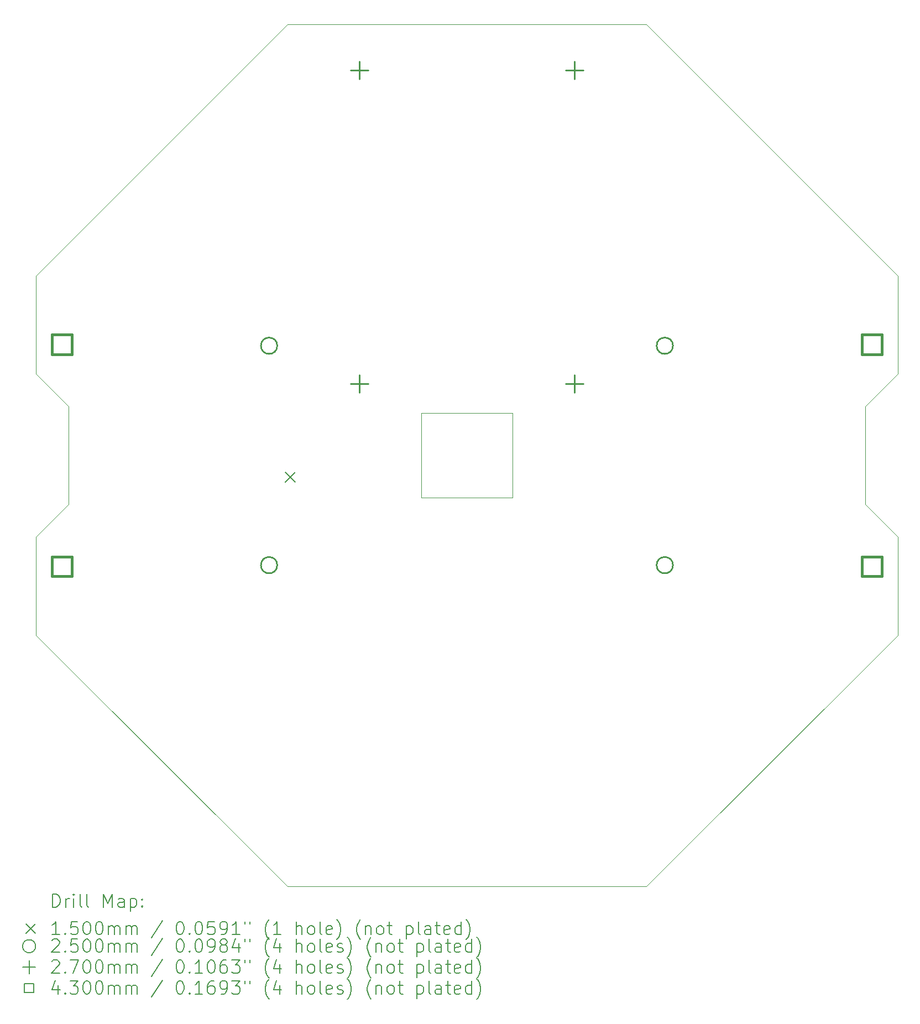
<source format=gbr>
%TF.GenerationSoftware,KiCad,Pcbnew,7.0.9*%
%TF.CreationDate,2023-12-29T02:13:31+01:00*%
%TF.ProjectId,bohlebots-rpi-cm4-carrier,626f686c-6562-46f7-9473-2d7270692d63,v01*%
%TF.SameCoordinates,Original*%
%TF.FileFunction,Drillmap*%
%TF.FilePolarity,Positive*%
%FSLAX45Y45*%
G04 Gerber Fmt 4.5, Leading zero omitted, Abs format (unit mm)*
G04 Created by KiCad (PCBNEW 7.0.9) date 2023-12-29 02:13:31*
%MOMM*%
%LPD*%
G01*
G04 APERTURE LIST*
%ADD10C,0.100000*%
%ADD11C,0.200000*%
%ADD12C,0.150000*%
%ADD13C,0.250000*%
%ADD14C,0.270000*%
%ADD15C,0.430000*%
G04 APERTURE END LIST*
D10*
X13300000Y-3950000D02*
X7800000Y-3950000D01*
X13300000Y-17150000D02*
X17150000Y-13300000D01*
X16650000Y-9800000D02*
X16650000Y-10550000D01*
X17150000Y-11800000D02*
X16650000Y-11300000D01*
X17150000Y-7800000D02*
X17150000Y-9300000D01*
X3950000Y-9300000D02*
X4450000Y-9800000D01*
X17150000Y-9300000D02*
X16650000Y-9800000D01*
X4450000Y-11300000D02*
X4450000Y-10550000D01*
X9850000Y-11200000D02*
X11250000Y-11200000D01*
X7800000Y-17150000D02*
X3950000Y-13300000D01*
X17150000Y-7800000D02*
X13300000Y-3950000D01*
X4450000Y-9800000D02*
X4450000Y-10550000D01*
X16650000Y-11300000D02*
X16650000Y-10550000D01*
X17150000Y-13300000D02*
X17150000Y-11800000D01*
X9850000Y-9900000D02*
X9850000Y-11200000D01*
X7800000Y-3950000D02*
X3950000Y-7800000D01*
X3950000Y-11800000D02*
X4450000Y-11300000D01*
X7800000Y-17150000D02*
X13300000Y-17150000D01*
X3950000Y-7800000D02*
X3950000Y-9300000D01*
X11250000Y-9900000D02*
X9850000Y-9900000D01*
X3950000Y-13300000D02*
X3950000Y-11800000D01*
X11250000Y-11200000D02*
X11250000Y-9900000D01*
D11*
D12*
X7769500Y-10807580D02*
X7919500Y-10957580D01*
X7919500Y-10807580D02*
X7769500Y-10957580D01*
D13*
X7645000Y-8870000D02*
G75*
G03*
X7645000Y-8870000I-125000J0D01*
G01*
X7645000Y-12230000D02*
G75*
G03*
X7645000Y-12230000I-125000J0D01*
G01*
X13705000Y-8870000D02*
G75*
G03*
X13705000Y-8870000I-125000J0D01*
G01*
X13705000Y-12230000D02*
G75*
G03*
X13705000Y-12230000I-125000J0D01*
G01*
D14*
X8900000Y-4515000D02*
X8900000Y-4785000D01*
X8765000Y-4650000D02*
X9035000Y-4650000D01*
X8900000Y-9315000D02*
X8900000Y-9585000D01*
X8765000Y-9450000D02*
X9035000Y-9450000D01*
X12200000Y-4515000D02*
X12200000Y-4785000D01*
X12065000Y-4650000D02*
X12335000Y-4650000D01*
X12200000Y-9315000D02*
X12200000Y-9585000D01*
X12065000Y-9450000D02*
X12335000Y-9450000D01*
D15*
X4502029Y-9002029D02*
X4502029Y-8697971D01*
X4197971Y-8697971D01*
X4197971Y-9002029D01*
X4502029Y-9002029D01*
X4502029Y-12402029D02*
X4502029Y-12097971D01*
X4197971Y-12097971D01*
X4197971Y-12402029D01*
X4502029Y-12402029D01*
X16902029Y-9002029D02*
X16902029Y-8697971D01*
X16597971Y-8697971D01*
X16597971Y-9002029D01*
X16902029Y-9002029D01*
X16902029Y-12402029D02*
X16902029Y-12097971D01*
X16597971Y-12097971D01*
X16597971Y-12402029D01*
X16902029Y-12402029D01*
D11*
X4205777Y-17466484D02*
X4205777Y-17266484D01*
X4205777Y-17266484D02*
X4253396Y-17266484D01*
X4253396Y-17266484D02*
X4281967Y-17276008D01*
X4281967Y-17276008D02*
X4301015Y-17295055D01*
X4301015Y-17295055D02*
X4310539Y-17314103D01*
X4310539Y-17314103D02*
X4320063Y-17352198D01*
X4320063Y-17352198D02*
X4320063Y-17380770D01*
X4320063Y-17380770D02*
X4310539Y-17418865D01*
X4310539Y-17418865D02*
X4301015Y-17437912D01*
X4301015Y-17437912D02*
X4281967Y-17456960D01*
X4281967Y-17456960D02*
X4253396Y-17466484D01*
X4253396Y-17466484D02*
X4205777Y-17466484D01*
X4405777Y-17466484D02*
X4405777Y-17333150D01*
X4405777Y-17371246D02*
X4415301Y-17352198D01*
X4415301Y-17352198D02*
X4424824Y-17342674D01*
X4424824Y-17342674D02*
X4443872Y-17333150D01*
X4443872Y-17333150D02*
X4462920Y-17333150D01*
X4529586Y-17466484D02*
X4529586Y-17333150D01*
X4529586Y-17266484D02*
X4520063Y-17276008D01*
X4520063Y-17276008D02*
X4529586Y-17285531D01*
X4529586Y-17285531D02*
X4539110Y-17276008D01*
X4539110Y-17276008D02*
X4529586Y-17266484D01*
X4529586Y-17266484D02*
X4529586Y-17285531D01*
X4653396Y-17466484D02*
X4634348Y-17456960D01*
X4634348Y-17456960D02*
X4624824Y-17437912D01*
X4624824Y-17437912D02*
X4624824Y-17266484D01*
X4758158Y-17466484D02*
X4739110Y-17456960D01*
X4739110Y-17456960D02*
X4729586Y-17437912D01*
X4729586Y-17437912D02*
X4729586Y-17266484D01*
X4986729Y-17466484D02*
X4986729Y-17266484D01*
X4986729Y-17266484D02*
X5053396Y-17409341D01*
X5053396Y-17409341D02*
X5120063Y-17266484D01*
X5120063Y-17266484D02*
X5120063Y-17466484D01*
X5301015Y-17466484D02*
X5301015Y-17361722D01*
X5301015Y-17361722D02*
X5291491Y-17342674D01*
X5291491Y-17342674D02*
X5272444Y-17333150D01*
X5272444Y-17333150D02*
X5234348Y-17333150D01*
X5234348Y-17333150D02*
X5215301Y-17342674D01*
X5301015Y-17456960D02*
X5281967Y-17466484D01*
X5281967Y-17466484D02*
X5234348Y-17466484D01*
X5234348Y-17466484D02*
X5215301Y-17456960D01*
X5215301Y-17456960D02*
X5205777Y-17437912D01*
X5205777Y-17437912D02*
X5205777Y-17418865D01*
X5205777Y-17418865D02*
X5215301Y-17399817D01*
X5215301Y-17399817D02*
X5234348Y-17390293D01*
X5234348Y-17390293D02*
X5281967Y-17390293D01*
X5281967Y-17390293D02*
X5301015Y-17380770D01*
X5396253Y-17333150D02*
X5396253Y-17533150D01*
X5396253Y-17342674D02*
X5415301Y-17333150D01*
X5415301Y-17333150D02*
X5453396Y-17333150D01*
X5453396Y-17333150D02*
X5472444Y-17342674D01*
X5472444Y-17342674D02*
X5481967Y-17352198D01*
X5481967Y-17352198D02*
X5491491Y-17371246D01*
X5491491Y-17371246D02*
X5491491Y-17428389D01*
X5491491Y-17428389D02*
X5481967Y-17447436D01*
X5481967Y-17447436D02*
X5472444Y-17456960D01*
X5472444Y-17456960D02*
X5453396Y-17466484D01*
X5453396Y-17466484D02*
X5415301Y-17466484D01*
X5415301Y-17466484D02*
X5396253Y-17456960D01*
X5577205Y-17447436D02*
X5586729Y-17456960D01*
X5586729Y-17456960D02*
X5577205Y-17466484D01*
X5577205Y-17466484D02*
X5567682Y-17456960D01*
X5567682Y-17456960D02*
X5577205Y-17447436D01*
X5577205Y-17447436D02*
X5577205Y-17466484D01*
X5577205Y-17342674D02*
X5586729Y-17352198D01*
X5586729Y-17352198D02*
X5577205Y-17361722D01*
X5577205Y-17361722D02*
X5567682Y-17352198D01*
X5567682Y-17352198D02*
X5577205Y-17342674D01*
X5577205Y-17342674D02*
X5577205Y-17361722D01*
D12*
X3795000Y-17720000D02*
X3945000Y-17870000D01*
X3945000Y-17720000D02*
X3795000Y-17870000D01*
D11*
X4310539Y-17886484D02*
X4196253Y-17886484D01*
X4253396Y-17886484D02*
X4253396Y-17686484D01*
X4253396Y-17686484D02*
X4234348Y-17715055D01*
X4234348Y-17715055D02*
X4215301Y-17734103D01*
X4215301Y-17734103D02*
X4196253Y-17743627D01*
X4396253Y-17867436D02*
X4405777Y-17876960D01*
X4405777Y-17876960D02*
X4396253Y-17886484D01*
X4396253Y-17886484D02*
X4386729Y-17876960D01*
X4386729Y-17876960D02*
X4396253Y-17867436D01*
X4396253Y-17867436D02*
X4396253Y-17886484D01*
X4586729Y-17686484D02*
X4491491Y-17686484D01*
X4491491Y-17686484D02*
X4481967Y-17781722D01*
X4481967Y-17781722D02*
X4491491Y-17772198D01*
X4491491Y-17772198D02*
X4510539Y-17762674D01*
X4510539Y-17762674D02*
X4558158Y-17762674D01*
X4558158Y-17762674D02*
X4577205Y-17772198D01*
X4577205Y-17772198D02*
X4586729Y-17781722D01*
X4586729Y-17781722D02*
X4596253Y-17800770D01*
X4596253Y-17800770D02*
X4596253Y-17848389D01*
X4596253Y-17848389D02*
X4586729Y-17867436D01*
X4586729Y-17867436D02*
X4577205Y-17876960D01*
X4577205Y-17876960D02*
X4558158Y-17886484D01*
X4558158Y-17886484D02*
X4510539Y-17886484D01*
X4510539Y-17886484D02*
X4491491Y-17876960D01*
X4491491Y-17876960D02*
X4481967Y-17867436D01*
X4720063Y-17686484D02*
X4739110Y-17686484D01*
X4739110Y-17686484D02*
X4758158Y-17696008D01*
X4758158Y-17696008D02*
X4767682Y-17705531D01*
X4767682Y-17705531D02*
X4777205Y-17724579D01*
X4777205Y-17724579D02*
X4786729Y-17762674D01*
X4786729Y-17762674D02*
X4786729Y-17810293D01*
X4786729Y-17810293D02*
X4777205Y-17848389D01*
X4777205Y-17848389D02*
X4767682Y-17867436D01*
X4767682Y-17867436D02*
X4758158Y-17876960D01*
X4758158Y-17876960D02*
X4739110Y-17886484D01*
X4739110Y-17886484D02*
X4720063Y-17886484D01*
X4720063Y-17886484D02*
X4701015Y-17876960D01*
X4701015Y-17876960D02*
X4691491Y-17867436D01*
X4691491Y-17867436D02*
X4681967Y-17848389D01*
X4681967Y-17848389D02*
X4672444Y-17810293D01*
X4672444Y-17810293D02*
X4672444Y-17762674D01*
X4672444Y-17762674D02*
X4681967Y-17724579D01*
X4681967Y-17724579D02*
X4691491Y-17705531D01*
X4691491Y-17705531D02*
X4701015Y-17696008D01*
X4701015Y-17696008D02*
X4720063Y-17686484D01*
X4910539Y-17686484D02*
X4929586Y-17686484D01*
X4929586Y-17686484D02*
X4948634Y-17696008D01*
X4948634Y-17696008D02*
X4958158Y-17705531D01*
X4958158Y-17705531D02*
X4967682Y-17724579D01*
X4967682Y-17724579D02*
X4977205Y-17762674D01*
X4977205Y-17762674D02*
X4977205Y-17810293D01*
X4977205Y-17810293D02*
X4967682Y-17848389D01*
X4967682Y-17848389D02*
X4958158Y-17867436D01*
X4958158Y-17867436D02*
X4948634Y-17876960D01*
X4948634Y-17876960D02*
X4929586Y-17886484D01*
X4929586Y-17886484D02*
X4910539Y-17886484D01*
X4910539Y-17886484D02*
X4891491Y-17876960D01*
X4891491Y-17876960D02*
X4881967Y-17867436D01*
X4881967Y-17867436D02*
X4872444Y-17848389D01*
X4872444Y-17848389D02*
X4862920Y-17810293D01*
X4862920Y-17810293D02*
X4862920Y-17762674D01*
X4862920Y-17762674D02*
X4872444Y-17724579D01*
X4872444Y-17724579D02*
X4881967Y-17705531D01*
X4881967Y-17705531D02*
X4891491Y-17696008D01*
X4891491Y-17696008D02*
X4910539Y-17686484D01*
X5062920Y-17886484D02*
X5062920Y-17753150D01*
X5062920Y-17772198D02*
X5072444Y-17762674D01*
X5072444Y-17762674D02*
X5091491Y-17753150D01*
X5091491Y-17753150D02*
X5120063Y-17753150D01*
X5120063Y-17753150D02*
X5139110Y-17762674D01*
X5139110Y-17762674D02*
X5148634Y-17781722D01*
X5148634Y-17781722D02*
X5148634Y-17886484D01*
X5148634Y-17781722D02*
X5158158Y-17762674D01*
X5158158Y-17762674D02*
X5177205Y-17753150D01*
X5177205Y-17753150D02*
X5205777Y-17753150D01*
X5205777Y-17753150D02*
X5224825Y-17762674D01*
X5224825Y-17762674D02*
X5234348Y-17781722D01*
X5234348Y-17781722D02*
X5234348Y-17886484D01*
X5329586Y-17886484D02*
X5329586Y-17753150D01*
X5329586Y-17772198D02*
X5339110Y-17762674D01*
X5339110Y-17762674D02*
X5358158Y-17753150D01*
X5358158Y-17753150D02*
X5386729Y-17753150D01*
X5386729Y-17753150D02*
X5405777Y-17762674D01*
X5405777Y-17762674D02*
X5415301Y-17781722D01*
X5415301Y-17781722D02*
X5415301Y-17886484D01*
X5415301Y-17781722D02*
X5424825Y-17762674D01*
X5424825Y-17762674D02*
X5443872Y-17753150D01*
X5443872Y-17753150D02*
X5472444Y-17753150D01*
X5472444Y-17753150D02*
X5491491Y-17762674D01*
X5491491Y-17762674D02*
X5501015Y-17781722D01*
X5501015Y-17781722D02*
X5501015Y-17886484D01*
X5891491Y-17676960D02*
X5720063Y-17934103D01*
X6148634Y-17686484D02*
X6167682Y-17686484D01*
X6167682Y-17686484D02*
X6186729Y-17696008D01*
X6186729Y-17696008D02*
X6196253Y-17705531D01*
X6196253Y-17705531D02*
X6205777Y-17724579D01*
X6205777Y-17724579D02*
X6215301Y-17762674D01*
X6215301Y-17762674D02*
X6215301Y-17810293D01*
X6215301Y-17810293D02*
X6205777Y-17848389D01*
X6205777Y-17848389D02*
X6196253Y-17867436D01*
X6196253Y-17867436D02*
X6186729Y-17876960D01*
X6186729Y-17876960D02*
X6167682Y-17886484D01*
X6167682Y-17886484D02*
X6148634Y-17886484D01*
X6148634Y-17886484D02*
X6129586Y-17876960D01*
X6129586Y-17876960D02*
X6120063Y-17867436D01*
X6120063Y-17867436D02*
X6110539Y-17848389D01*
X6110539Y-17848389D02*
X6101015Y-17810293D01*
X6101015Y-17810293D02*
X6101015Y-17762674D01*
X6101015Y-17762674D02*
X6110539Y-17724579D01*
X6110539Y-17724579D02*
X6120063Y-17705531D01*
X6120063Y-17705531D02*
X6129586Y-17696008D01*
X6129586Y-17696008D02*
X6148634Y-17686484D01*
X6301015Y-17867436D02*
X6310539Y-17876960D01*
X6310539Y-17876960D02*
X6301015Y-17886484D01*
X6301015Y-17886484D02*
X6291491Y-17876960D01*
X6291491Y-17876960D02*
X6301015Y-17867436D01*
X6301015Y-17867436D02*
X6301015Y-17886484D01*
X6434348Y-17686484D02*
X6453396Y-17686484D01*
X6453396Y-17686484D02*
X6472444Y-17696008D01*
X6472444Y-17696008D02*
X6481967Y-17705531D01*
X6481967Y-17705531D02*
X6491491Y-17724579D01*
X6491491Y-17724579D02*
X6501015Y-17762674D01*
X6501015Y-17762674D02*
X6501015Y-17810293D01*
X6501015Y-17810293D02*
X6491491Y-17848389D01*
X6491491Y-17848389D02*
X6481967Y-17867436D01*
X6481967Y-17867436D02*
X6472444Y-17876960D01*
X6472444Y-17876960D02*
X6453396Y-17886484D01*
X6453396Y-17886484D02*
X6434348Y-17886484D01*
X6434348Y-17886484D02*
X6415301Y-17876960D01*
X6415301Y-17876960D02*
X6405777Y-17867436D01*
X6405777Y-17867436D02*
X6396253Y-17848389D01*
X6396253Y-17848389D02*
X6386729Y-17810293D01*
X6386729Y-17810293D02*
X6386729Y-17762674D01*
X6386729Y-17762674D02*
X6396253Y-17724579D01*
X6396253Y-17724579D02*
X6405777Y-17705531D01*
X6405777Y-17705531D02*
X6415301Y-17696008D01*
X6415301Y-17696008D02*
X6434348Y-17686484D01*
X6681967Y-17686484D02*
X6586729Y-17686484D01*
X6586729Y-17686484D02*
X6577206Y-17781722D01*
X6577206Y-17781722D02*
X6586729Y-17772198D01*
X6586729Y-17772198D02*
X6605777Y-17762674D01*
X6605777Y-17762674D02*
X6653396Y-17762674D01*
X6653396Y-17762674D02*
X6672444Y-17772198D01*
X6672444Y-17772198D02*
X6681967Y-17781722D01*
X6681967Y-17781722D02*
X6691491Y-17800770D01*
X6691491Y-17800770D02*
X6691491Y-17848389D01*
X6691491Y-17848389D02*
X6681967Y-17867436D01*
X6681967Y-17867436D02*
X6672444Y-17876960D01*
X6672444Y-17876960D02*
X6653396Y-17886484D01*
X6653396Y-17886484D02*
X6605777Y-17886484D01*
X6605777Y-17886484D02*
X6586729Y-17876960D01*
X6586729Y-17876960D02*
X6577206Y-17867436D01*
X6786729Y-17886484D02*
X6824825Y-17886484D01*
X6824825Y-17886484D02*
X6843872Y-17876960D01*
X6843872Y-17876960D02*
X6853396Y-17867436D01*
X6853396Y-17867436D02*
X6872444Y-17838865D01*
X6872444Y-17838865D02*
X6881967Y-17800770D01*
X6881967Y-17800770D02*
X6881967Y-17724579D01*
X6881967Y-17724579D02*
X6872444Y-17705531D01*
X6872444Y-17705531D02*
X6862920Y-17696008D01*
X6862920Y-17696008D02*
X6843872Y-17686484D01*
X6843872Y-17686484D02*
X6805777Y-17686484D01*
X6805777Y-17686484D02*
X6786729Y-17696008D01*
X6786729Y-17696008D02*
X6777206Y-17705531D01*
X6777206Y-17705531D02*
X6767682Y-17724579D01*
X6767682Y-17724579D02*
X6767682Y-17772198D01*
X6767682Y-17772198D02*
X6777206Y-17791246D01*
X6777206Y-17791246D02*
X6786729Y-17800770D01*
X6786729Y-17800770D02*
X6805777Y-17810293D01*
X6805777Y-17810293D02*
X6843872Y-17810293D01*
X6843872Y-17810293D02*
X6862920Y-17800770D01*
X6862920Y-17800770D02*
X6872444Y-17791246D01*
X6872444Y-17791246D02*
X6881967Y-17772198D01*
X7072444Y-17886484D02*
X6958158Y-17886484D01*
X7015301Y-17886484D02*
X7015301Y-17686484D01*
X7015301Y-17686484D02*
X6996253Y-17715055D01*
X6996253Y-17715055D02*
X6977206Y-17734103D01*
X6977206Y-17734103D02*
X6958158Y-17743627D01*
X7148634Y-17686484D02*
X7148634Y-17724579D01*
X7224825Y-17686484D02*
X7224825Y-17724579D01*
X7520063Y-17962674D02*
X7510539Y-17953150D01*
X7510539Y-17953150D02*
X7491491Y-17924579D01*
X7491491Y-17924579D02*
X7481968Y-17905531D01*
X7481968Y-17905531D02*
X7472444Y-17876960D01*
X7472444Y-17876960D02*
X7462920Y-17829341D01*
X7462920Y-17829341D02*
X7462920Y-17791246D01*
X7462920Y-17791246D02*
X7472444Y-17743627D01*
X7472444Y-17743627D02*
X7481968Y-17715055D01*
X7481968Y-17715055D02*
X7491491Y-17696008D01*
X7491491Y-17696008D02*
X7510539Y-17667436D01*
X7510539Y-17667436D02*
X7520063Y-17657912D01*
X7701015Y-17886484D02*
X7586729Y-17886484D01*
X7643872Y-17886484D02*
X7643872Y-17686484D01*
X7643872Y-17686484D02*
X7624825Y-17715055D01*
X7624825Y-17715055D02*
X7605777Y-17734103D01*
X7605777Y-17734103D02*
X7586729Y-17743627D01*
X7939110Y-17886484D02*
X7939110Y-17686484D01*
X8024825Y-17886484D02*
X8024825Y-17781722D01*
X8024825Y-17781722D02*
X8015301Y-17762674D01*
X8015301Y-17762674D02*
X7996253Y-17753150D01*
X7996253Y-17753150D02*
X7967682Y-17753150D01*
X7967682Y-17753150D02*
X7948634Y-17762674D01*
X7948634Y-17762674D02*
X7939110Y-17772198D01*
X8148634Y-17886484D02*
X8129587Y-17876960D01*
X8129587Y-17876960D02*
X8120063Y-17867436D01*
X8120063Y-17867436D02*
X8110539Y-17848389D01*
X8110539Y-17848389D02*
X8110539Y-17791246D01*
X8110539Y-17791246D02*
X8120063Y-17772198D01*
X8120063Y-17772198D02*
X8129587Y-17762674D01*
X8129587Y-17762674D02*
X8148634Y-17753150D01*
X8148634Y-17753150D02*
X8177206Y-17753150D01*
X8177206Y-17753150D02*
X8196253Y-17762674D01*
X8196253Y-17762674D02*
X8205777Y-17772198D01*
X8205777Y-17772198D02*
X8215301Y-17791246D01*
X8215301Y-17791246D02*
X8215301Y-17848389D01*
X8215301Y-17848389D02*
X8205777Y-17867436D01*
X8205777Y-17867436D02*
X8196253Y-17876960D01*
X8196253Y-17876960D02*
X8177206Y-17886484D01*
X8177206Y-17886484D02*
X8148634Y-17886484D01*
X8329587Y-17886484D02*
X8310539Y-17876960D01*
X8310539Y-17876960D02*
X8301015Y-17857912D01*
X8301015Y-17857912D02*
X8301015Y-17686484D01*
X8481968Y-17876960D02*
X8462920Y-17886484D01*
X8462920Y-17886484D02*
X8424825Y-17886484D01*
X8424825Y-17886484D02*
X8405777Y-17876960D01*
X8405777Y-17876960D02*
X8396253Y-17857912D01*
X8396253Y-17857912D02*
X8396253Y-17781722D01*
X8396253Y-17781722D02*
X8405777Y-17762674D01*
X8405777Y-17762674D02*
X8424825Y-17753150D01*
X8424825Y-17753150D02*
X8462920Y-17753150D01*
X8462920Y-17753150D02*
X8481968Y-17762674D01*
X8481968Y-17762674D02*
X8491492Y-17781722D01*
X8491492Y-17781722D02*
X8491492Y-17800770D01*
X8491492Y-17800770D02*
X8396253Y-17819817D01*
X8558158Y-17962674D02*
X8567682Y-17953150D01*
X8567682Y-17953150D02*
X8586730Y-17924579D01*
X8586730Y-17924579D02*
X8596253Y-17905531D01*
X8596253Y-17905531D02*
X8605777Y-17876960D01*
X8605777Y-17876960D02*
X8615301Y-17829341D01*
X8615301Y-17829341D02*
X8615301Y-17791246D01*
X8615301Y-17791246D02*
X8605777Y-17743627D01*
X8605777Y-17743627D02*
X8596253Y-17715055D01*
X8596253Y-17715055D02*
X8586730Y-17696008D01*
X8586730Y-17696008D02*
X8567682Y-17667436D01*
X8567682Y-17667436D02*
X8558158Y-17657912D01*
X8920063Y-17962674D02*
X8910539Y-17953150D01*
X8910539Y-17953150D02*
X8891492Y-17924579D01*
X8891492Y-17924579D02*
X8881968Y-17905531D01*
X8881968Y-17905531D02*
X8872444Y-17876960D01*
X8872444Y-17876960D02*
X8862920Y-17829341D01*
X8862920Y-17829341D02*
X8862920Y-17791246D01*
X8862920Y-17791246D02*
X8872444Y-17743627D01*
X8872444Y-17743627D02*
X8881968Y-17715055D01*
X8881968Y-17715055D02*
X8891492Y-17696008D01*
X8891492Y-17696008D02*
X8910539Y-17667436D01*
X8910539Y-17667436D02*
X8920063Y-17657912D01*
X8996253Y-17753150D02*
X8996253Y-17886484D01*
X8996253Y-17772198D02*
X9005777Y-17762674D01*
X9005777Y-17762674D02*
X9024825Y-17753150D01*
X9024825Y-17753150D02*
X9053396Y-17753150D01*
X9053396Y-17753150D02*
X9072444Y-17762674D01*
X9072444Y-17762674D02*
X9081968Y-17781722D01*
X9081968Y-17781722D02*
X9081968Y-17886484D01*
X9205777Y-17886484D02*
X9186730Y-17876960D01*
X9186730Y-17876960D02*
X9177206Y-17867436D01*
X9177206Y-17867436D02*
X9167682Y-17848389D01*
X9167682Y-17848389D02*
X9167682Y-17791246D01*
X9167682Y-17791246D02*
X9177206Y-17772198D01*
X9177206Y-17772198D02*
X9186730Y-17762674D01*
X9186730Y-17762674D02*
X9205777Y-17753150D01*
X9205777Y-17753150D02*
X9234349Y-17753150D01*
X9234349Y-17753150D02*
X9253396Y-17762674D01*
X9253396Y-17762674D02*
X9262920Y-17772198D01*
X9262920Y-17772198D02*
X9272444Y-17791246D01*
X9272444Y-17791246D02*
X9272444Y-17848389D01*
X9272444Y-17848389D02*
X9262920Y-17867436D01*
X9262920Y-17867436D02*
X9253396Y-17876960D01*
X9253396Y-17876960D02*
X9234349Y-17886484D01*
X9234349Y-17886484D02*
X9205777Y-17886484D01*
X9329587Y-17753150D02*
X9405777Y-17753150D01*
X9358158Y-17686484D02*
X9358158Y-17857912D01*
X9358158Y-17857912D02*
X9367682Y-17876960D01*
X9367682Y-17876960D02*
X9386730Y-17886484D01*
X9386730Y-17886484D02*
X9405777Y-17886484D01*
X9624825Y-17753150D02*
X9624825Y-17953150D01*
X9624825Y-17762674D02*
X9643873Y-17753150D01*
X9643873Y-17753150D02*
X9681968Y-17753150D01*
X9681968Y-17753150D02*
X9701015Y-17762674D01*
X9701015Y-17762674D02*
X9710539Y-17772198D01*
X9710539Y-17772198D02*
X9720063Y-17791246D01*
X9720063Y-17791246D02*
X9720063Y-17848389D01*
X9720063Y-17848389D02*
X9710539Y-17867436D01*
X9710539Y-17867436D02*
X9701015Y-17876960D01*
X9701015Y-17876960D02*
X9681968Y-17886484D01*
X9681968Y-17886484D02*
X9643873Y-17886484D01*
X9643873Y-17886484D02*
X9624825Y-17876960D01*
X9834349Y-17886484D02*
X9815301Y-17876960D01*
X9815301Y-17876960D02*
X9805777Y-17857912D01*
X9805777Y-17857912D02*
X9805777Y-17686484D01*
X9996254Y-17886484D02*
X9996254Y-17781722D01*
X9996254Y-17781722D02*
X9986730Y-17762674D01*
X9986730Y-17762674D02*
X9967682Y-17753150D01*
X9967682Y-17753150D02*
X9929587Y-17753150D01*
X9929587Y-17753150D02*
X9910539Y-17762674D01*
X9996254Y-17876960D02*
X9977206Y-17886484D01*
X9977206Y-17886484D02*
X9929587Y-17886484D01*
X9929587Y-17886484D02*
X9910539Y-17876960D01*
X9910539Y-17876960D02*
X9901015Y-17857912D01*
X9901015Y-17857912D02*
X9901015Y-17838865D01*
X9901015Y-17838865D02*
X9910539Y-17819817D01*
X9910539Y-17819817D02*
X9929587Y-17810293D01*
X9929587Y-17810293D02*
X9977206Y-17810293D01*
X9977206Y-17810293D02*
X9996254Y-17800770D01*
X10062920Y-17753150D02*
X10139111Y-17753150D01*
X10091492Y-17686484D02*
X10091492Y-17857912D01*
X10091492Y-17857912D02*
X10101015Y-17876960D01*
X10101015Y-17876960D02*
X10120063Y-17886484D01*
X10120063Y-17886484D02*
X10139111Y-17886484D01*
X10281968Y-17876960D02*
X10262920Y-17886484D01*
X10262920Y-17886484D02*
X10224825Y-17886484D01*
X10224825Y-17886484D02*
X10205777Y-17876960D01*
X10205777Y-17876960D02*
X10196254Y-17857912D01*
X10196254Y-17857912D02*
X10196254Y-17781722D01*
X10196254Y-17781722D02*
X10205777Y-17762674D01*
X10205777Y-17762674D02*
X10224825Y-17753150D01*
X10224825Y-17753150D02*
X10262920Y-17753150D01*
X10262920Y-17753150D02*
X10281968Y-17762674D01*
X10281968Y-17762674D02*
X10291492Y-17781722D01*
X10291492Y-17781722D02*
X10291492Y-17800770D01*
X10291492Y-17800770D02*
X10196254Y-17819817D01*
X10462920Y-17886484D02*
X10462920Y-17686484D01*
X10462920Y-17876960D02*
X10443873Y-17886484D01*
X10443873Y-17886484D02*
X10405777Y-17886484D01*
X10405777Y-17886484D02*
X10386730Y-17876960D01*
X10386730Y-17876960D02*
X10377206Y-17867436D01*
X10377206Y-17867436D02*
X10367682Y-17848389D01*
X10367682Y-17848389D02*
X10367682Y-17791246D01*
X10367682Y-17791246D02*
X10377206Y-17772198D01*
X10377206Y-17772198D02*
X10386730Y-17762674D01*
X10386730Y-17762674D02*
X10405777Y-17753150D01*
X10405777Y-17753150D02*
X10443873Y-17753150D01*
X10443873Y-17753150D02*
X10462920Y-17762674D01*
X10539111Y-17962674D02*
X10548635Y-17953150D01*
X10548635Y-17953150D02*
X10567682Y-17924579D01*
X10567682Y-17924579D02*
X10577206Y-17905531D01*
X10577206Y-17905531D02*
X10586730Y-17876960D01*
X10586730Y-17876960D02*
X10596254Y-17829341D01*
X10596254Y-17829341D02*
X10596254Y-17791246D01*
X10596254Y-17791246D02*
X10586730Y-17743627D01*
X10586730Y-17743627D02*
X10577206Y-17715055D01*
X10577206Y-17715055D02*
X10567682Y-17696008D01*
X10567682Y-17696008D02*
X10548635Y-17667436D01*
X10548635Y-17667436D02*
X10539111Y-17657912D01*
X3945000Y-18065000D02*
G75*
G03*
X3945000Y-18065000I-100000J0D01*
G01*
X4196253Y-17975531D02*
X4205777Y-17966008D01*
X4205777Y-17966008D02*
X4224824Y-17956484D01*
X4224824Y-17956484D02*
X4272444Y-17956484D01*
X4272444Y-17956484D02*
X4291491Y-17966008D01*
X4291491Y-17966008D02*
X4301015Y-17975531D01*
X4301015Y-17975531D02*
X4310539Y-17994579D01*
X4310539Y-17994579D02*
X4310539Y-18013627D01*
X4310539Y-18013627D02*
X4301015Y-18042198D01*
X4301015Y-18042198D02*
X4186729Y-18156484D01*
X4186729Y-18156484D02*
X4310539Y-18156484D01*
X4396253Y-18137436D02*
X4405777Y-18146960D01*
X4405777Y-18146960D02*
X4396253Y-18156484D01*
X4396253Y-18156484D02*
X4386729Y-18146960D01*
X4386729Y-18146960D02*
X4396253Y-18137436D01*
X4396253Y-18137436D02*
X4396253Y-18156484D01*
X4586729Y-17956484D02*
X4491491Y-17956484D01*
X4491491Y-17956484D02*
X4481967Y-18051722D01*
X4481967Y-18051722D02*
X4491491Y-18042198D01*
X4491491Y-18042198D02*
X4510539Y-18032674D01*
X4510539Y-18032674D02*
X4558158Y-18032674D01*
X4558158Y-18032674D02*
X4577205Y-18042198D01*
X4577205Y-18042198D02*
X4586729Y-18051722D01*
X4586729Y-18051722D02*
X4596253Y-18070770D01*
X4596253Y-18070770D02*
X4596253Y-18118389D01*
X4596253Y-18118389D02*
X4586729Y-18137436D01*
X4586729Y-18137436D02*
X4577205Y-18146960D01*
X4577205Y-18146960D02*
X4558158Y-18156484D01*
X4558158Y-18156484D02*
X4510539Y-18156484D01*
X4510539Y-18156484D02*
X4491491Y-18146960D01*
X4491491Y-18146960D02*
X4481967Y-18137436D01*
X4720063Y-17956484D02*
X4739110Y-17956484D01*
X4739110Y-17956484D02*
X4758158Y-17966008D01*
X4758158Y-17966008D02*
X4767682Y-17975531D01*
X4767682Y-17975531D02*
X4777205Y-17994579D01*
X4777205Y-17994579D02*
X4786729Y-18032674D01*
X4786729Y-18032674D02*
X4786729Y-18080293D01*
X4786729Y-18080293D02*
X4777205Y-18118389D01*
X4777205Y-18118389D02*
X4767682Y-18137436D01*
X4767682Y-18137436D02*
X4758158Y-18146960D01*
X4758158Y-18146960D02*
X4739110Y-18156484D01*
X4739110Y-18156484D02*
X4720063Y-18156484D01*
X4720063Y-18156484D02*
X4701015Y-18146960D01*
X4701015Y-18146960D02*
X4691491Y-18137436D01*
X4691491Y-18137436D02*
X4681967Y-18118389D01*
X4681967Y-18118389D02*
X4672444Y-18080293D01*
X4672444Y-18080293D02*
X4672444Y-18032674D01*
X4672444Y-18032674D02*
X4681967Y-17994579D01*
X4681967Y-17994579D02*
X4691491Y-17975531D01*
X4691491Y-17975531D02*
X4701015Y-17966008D01*
X4701015Y-17966008D02*
X4720063Y-17956484D01*
X4910539Y-17956484D02*
X4929586Y-17956484D01*
X4929586Y-17956484D02*
X4948634Y-17966008D01*
X4948634Y-17966008D02*
X4958158Y-17975531D01*
X4958158Y-17975531D02*
X4967682Y-17994579D01*
X4967682Y-17994579D02*
X4977205Y-18032674D01*
X4977205Y-18032674D02*
X4977205Y-18080293D01*
X4977205Y-18080293D02*
X4967682Y-18118389D01*
X4967682Y-18118389D02*
X4958158Y-18137436D01*
X4958158Y-18137436D02*
X4948634Y-18146960D01*
X4948634Y-18146960D02*
X4929586Y-18156484D01*
X4929586Y-18156484D02*
X4910539Y-18156484D01*
X4910539Y-18156484D02*
X4891491Y-18146960D01*
X4891491Y-18146960D02*
X4881967Y-18137436D01*
X4881967Y-18137436D02*
X4872444Y-18118389D01*
X4872444Y-18118389D02*
X4862920Y-18080293D01*
X4862920Y-18080293D02*
X4862920Y-18032674D01*
X4862920Y-18032674D02*
X4872444Y-17994579D01*
X4872444Y-17994579D02*
X4881967Y-17975531D01*
X4881967Y-17975531D02*
X4891491Y-17966008D01*
X4891491Y-17966008D02*
X4910539Y-17956484D01*
X5062920Y-18156484D02*
X5062920Y-18023150D01*
X5062920Y-18042198D02*
X5072444Y-18032674D01*
X5072444Y-18032674D02*
X5091491Y-18023150D01*
X5091491Y-18023150D02*
X5120063Y-18023150D01*
X5120063Y-18023150D02*
X5139110Y-18032674D01*
X5139110Y-18032674D02*
X5148634Y-18051722D01*
X5148634Y-18051722D02*
X5148634Y-18156484D01*
X5148634Y-18051722D02*
X5158158Y-18032674D01*
X5158158Y-18032674D02*
X5177205Y-18023150D01*
X5177205Y-18023150D02*
X5205777Y-18023150D01*
X5205777Y-18023150D02*
X5224825Y-18032674D01*
X5224825Y-18032674D02*
X5234348Y-18051722D01*
X5234348Y-18051722D02*
X5234348Y-18156484D01*
X5329586Y-18156484D02*
X5329586Y-18023150D01*
X5329586Y-18042198D02*
X5339110Y-18032674D01*
X5339110Y-18032674D02*
X5358158Y-18023150D01*
X5358158Y-18023150D02*
X5386729Y-18023150D01*
X5386729Y-18023150D02*
X5405777Y-18032674D01*
X5405777Y-18032674D02*
X5415301Y-18051722D01*
X5415301Y-18051722D02*
X5415301Y-18156484D01*
X5415301Y-18051722D02*
X5424825Y-18032674D01*
X5424825Y-18032674D02*
X5443872Y-18023150D01*
X5443872Y-18023150D02*
X5472444Y-18023150D01*
X5472444Y-18023150D02*
X5491491Y-18032674D01*
X5491491Y-18032674D02*
X5501015Y-18051722D01*
X5501015Y-18051722D02*
X5501015Y-18156484D01*
X5891491Y-17946960D02*
X5720063Y-18204103D01*
X6148634Y-17956484D02*
X6167682Y-17956484D01*
X6167682Y-17956484D02*
X6186729Y-17966008D01*
X6186729Y-17966008D02*
X6196253Y-17975531D01*
X6196253Y-17975531D02*
X6205777Y-17994579D01*
X6205777Y-17994579D02*
X6215301Y-18032674D01*
X6215301Y-18032674D02*
X6215301Y-18080293D01*
X6215301Y-18080293D02*
X6205777Y-18118389D01*
X6205777Y-18118389D02*
X6196253Y-18137436D01*
X6196253Y-18137436D02*
X6186729Y-18146960D01*
X6186729Y-18146960D02*
X6167682Y-18156484D01*
X6167682Y-18156484D02*
X6148634Y-18156484D01*
X6148634Y-18156484D02*
X6129586Y-18146960D01*
X6129586Y-18146960D02*
X6120063Y-18137436D01*
X6120063Y-18137436D02*
X6110539Y-18118389D01*
X6110539Y-18118389D02*
X6101015Y-18080293D01*
X6101015Y-18080293D02*
X6101015Y-18032674D01*
X6101015Y-18032674D02*
X6110539Y-17994579D01*
X6110539Y-17994579D02*
X6120063Y-17975531D01*
X6120063Y-17975531D02*
X6129586Y-17966008D01*
X6129586Y-17966008D02*
X6148634Y-17956484D01*
X6301015Y-18137436D02*
X6310539Y-18146960D01*
X6310539Y-18146960D02*
X6301015Y-18156484D01*
X6301015Y-18156484D02*
X6291491Y-18146960D01*
X6291491Y-18146960D02*
X6301015Y-18137436D01*
X6301015Y-18137436D02*
X6301015Y-18156484D01*
X6434348Y-17956484D02*
X6453396Y-17956484D01*
X6453396Y-17956484D02*
X6472444Y-17966008D01*
X6472444Y-17966008D02*
X6481967Y-17975531D01*
X6481967Y-17975531D02*
X6491491Y-17994579D01*
X6491491Y-17994579D02*
X6501015Y-18032674D01*
X6501015Y-18032674D02*
X6501015Y-18080293D01*
X6501015Y-18080293D02*
X6491491Y-18118389D01*
X6491491Y-18118389D02*
X6481967Y-18137436D01*
X6481967Y-18137436D02*
X6472444Y-18146960D01*
X6472444Y-18146960D02*
X6453396Y-18156484D01*
X6453396Y-18156484D02*
X6434348Y-18156484D01*
X6434348Y-18156484D02*
X6415301Y-18146960D01*
X6415301Y-18146960D02*
X6405777Y-18137436D01*
X6405777Y-18137436D02*
X6396253Y-18118389D01*
X6396253Y-18118389D02*
X6386729Y-18080293D01*
X6386729Y-18080293D02*
X6386729Y-18032674D01*
X6386729Y-18032674D02*
X6396253Y-17994579D01*
X6396253Y-17994579D02*
X6405777Y-17975531D01*
X6405777Y-17975531D02*
X6415301Y-17966008D01*
X6415301Y-17966008D02*
X6434348Y-17956484D01*
X6596253Y-18156484D02*
X6634348Y-18156484D01*
X6634348Y-18156484D02*
X6653396Y-18146960D01*
X6653396Y-18146960D02*
X6662920Y-18137436D01*
X6662920Y-18137436D02*
X6681967Y-18108865D01*
X6681967Y-18108865D02*
X6691491Y-18070770D01*
X6691491Y-18070770D02*
X6691491Y-17994579D01*
X6691491Y-17994579D02*
X6681967Y-17975531D01*
X6681967Y-17975531D02*
X6672444Y-17966008D01*
X6672444Y-17966008D02*
X6653396Y-17956484D01*
X6653396Y-17956484D02*
X6615301Y-17956484D01*
X6615301Y-17956484D02*
X6596253Y-17966008D01*
X6596253Y-17966008D02*
X6586729Y-17975531D01*
X6586729Y-17975531D02*
X6577206Y-17994579D01*
X6577206Y-17994579D02*
X6577206Y-18042198D01*
X6577206Y-18042198D02*
X6586729Y-18061246D01*
X6586729Y-18061246D02*
X6596253Y-18070770D01*
X6596253Y-18070770D02*
X6615301Y-18080293D01*
X6615301Y-18080293D02*
X6653396Y-18080293D01*
X6653396Y-18080293D02*
X6672444Y-18070770D01*
X6672444Y-18070770D02*
X6681967Y-18061246D01*
X6681967Y-18061246D02*
X6691491Y-18042198D01*
X6805777Y-18042198D02*
X6786729Y-18032674D01*
X6786729Y-18032674D02*
X6777206Y-18023150D01*
X6777206Y-18023150D02*
X6767682Y-18004103D01*
X6767682Y-18004103D02*
X6767682Y-17994579D01*
X6767682Y-17994579D02*
X6777206Y-17975531D01*
X6777206Y-17975531D02*
X6786729Y-17966008D01*
X6786729Y-17966008D02*
X6805777Y-17956484D01*
X6805777Y-17956484D02*
X6843872Y-17956484D01*
X6843872Y-17956484D02*
X6862920Y-17966008D01*
X6862920Y-17966008D02*
X6872444Y-17975531D01*
X6872444Y-17975531D02*
X6881967Y-17994579D01*
X6881967Y-17994579D02*
X6881967Y-18004103D01*
X6881967Y-18004103D02*
X6872444Y-18023150D01*
X6872444Y-18023150D02*
X6862920Y-18032674D01*
X6862920Y-18032674D02*
X6843872Y-18042198D01*
X6843872Y-18042198D02*
X6805777Y-18042198D01*
X6805777Y-18042198D02*
X6786729Y-18051722D01*
X6786729Y-18051722D02*
X6777206Y-18061246D01*
X6777206Y-18061246D02*
X6767682Y-18080293D01*
X6767682Y-18080293D02*
X6767682Y-18118389D01*
X6767682Y-18118389D02*
X6777206Y-18137436D01*
X6777206Y-18137436D02*
X6786729Y-18146960D01*
X6786729Y-18146960D02*
X6805777Y-18156484D01*
X6805777Y-18156484D02*
X6843872Y-18156484D01*
X6843872Y-18156484D02*
X6862920Y-18146960D01*
X6862920Y-18146960D02*
X6872444Y-18137436D01*
X6872444Y-18137436D02*
X6881967Y-18118389D01*
X6881967Y-18118389D02*
X6881967Y-18080293D01*
X6881967Y-18080293D02*
X6872444Y-18061246D01*
X6872444Y-18061246D02*
X6862920Y-18051722D01*
X6862920Y-18051722D02*
X6843872Y-18042198D01*
X7053396Y-18023150D02*
X7053396Y-18156484D01*
X7005777Y-17946960D02*
X6958158Y-18089817D01*
X6958158Y-18089817D02*
X7081967Y-18089817D01*
X7148634Y-17956484D02*
X7148634Y-17994579D01*
X7224825Y-17956484D02*
X7224825Y-17994579D01*
X7520063Y-18232674D02*
X7510539Y-18223150D01*
X7510539Y-18223150D02*
X7491491Y-18194579D01*
X7491491Y-18194579D02*
X7481968Y-18175531D01*
X7481968Y-18175531D02*
X7472444Y-18146960D01*
X7472444Y-18146960D02*
X7462920Y-18099341D01*
X7462920Y-18099341D02*
X7462920Y-18061246D01*
X7462920Y-18061246D02*
X7472444Y-18013627D01*
X7472444Y-18013627D02*
X7481968Y-17985055D01*
X7481968Y-17985055D02*
X7491491Y-17966008D01*
X7491491Y-17966008D02*
X7510539Y-17937436D01*
X7510539Y-17937436D02*
X7520063Y-17927912D01*
X7681968Y-18023150D02*
X7681968Y-18156484D01*
X7634348Y-17946960D02*
X7586729Y-18089817D01*
X7586729Y-18089817D02*
X7710539Y-18089817D01*
X7939110Y-18156484D02*
X7939110Y-17956484D01*
X8024825Y-18156484D02*
X8024825Y-18051722D01*
X8024825Y-18051722D02*
X8015301Y-18032674D01*
X8015301Y-18032674D02*
X7996253Y-18023150D01*
X7996253Y-18023150D02*
X7967682Y-18023150D01*
X7967682Y-18023150D02*
X7948634Y-18032674D01*
X7948634Y-18032674D02*
X7939110Y-18042198D01*
X8148634Y-18156484D02*
X8129587Y-18146960D01*
X8129587Y-18146960D02*
X8120063Y-18137436D01*
X8120063Y-18137436D02*
X8110539Y-18118389D01*
X8110539Y-18118389D02*
X8110539Y-18061246D01*
X8110539Y-18061246D02*
X8120063Y-18042198D01*
X8120063Y-18042198D02*
X8129587Y-18032674D01*
X8129587Y-18032674D02*
X8148634Y-18023150D01*
X8148634Y-18023150D02*
X8177206Y-18023150D01*
X8177206Y-18023150D02*
X8196253Y-18032674D01*
X8196253Y-18032674D02*
X8205777Y-18042198D01*
X8205777Y-18042198D02*
X8215301Y-18061246D01*
X8215301Y-18061246D02*
X8215301Y-18118389D01*
X8215301Y-18118389D02*
X8205777Y-18137436D01*
X8205777Y-18137436D02*
X8196253Y-18146960D01*
X8196253Y-18146960D02*
X8177206Y-18156484D01*
X8177206Y-18156484D02*
X8148634Y-18156484D01*
X8329587Y-18156484D02*
X8310539Y-18146960D01*
X8310539Y-18146960D02*
X8301015Y-18127912D01*
X8301015Y-18127912D02*
X8301015Y-17956484D01*
X8481968Y-18146960D02*
X8462920Y-18156484D01*
X8462920Y-18156484D02*
X8424825Y-18156484D01*
X8424825Y-18156484D02*
X8405777Y-18146960D01*
X8405777Y-18146960D02*
X8396253Y-18127912D01*
X8396253Y-18127912D02*
X8396253Y-18051722D01*
X8396253Y-18051722D02*
X8405777Y-18032674D01*
X8405777Y-18032674D02*
X8424825Y-18023150D01*
X8424825Y-18023150D02*
X8462920Y-18023150D01*
X8462920Y-18023150D02*
X8481968Y-18032674D01*
X8481968Y-18032674D02*
X8491492Y-18051722D01*
X8491492Y-18051722D02*
X8491492Y-18070770D01*
X8491492Y-18070770D02*
X8396253Y-18089817D01*
X8567682Y-18146960D02*
X8586730Y-18156484D01*
X8586730Y-18156484D02*
X8624825Y-18156484D01*
X8624825Y-18156484D02*
X8643873Y-18146960D01*
X8643873Y-18146960D02*
X8653396Y-18127912D01*
X8653396Y-18127912D02*
X8653396Y-18118389D01*
X8653396Y-18118389D02*
X8643873Y-18099341D01*
X8643873Y-18099341D02*
X8624825Y-18089817D01*
X8624825Y-18089817D02*
X8596253Y-18089817D01*
X8596253Y-18089817D02*
X8577206Y-18080293D01*
X8577206Y-18080293D02*
X8567682Y-18061246D01*
X8567682Y-18061246D02*
X8567682Y-18051722D01*
X8567682Y-18051722D02*
X8577206Y-18032674D01*
X8577206Y-18032674D02*
X8596253Y-18023150D01*
X8596253Y-18023150D02*
X8624825Y-18023150D01*
X8624825Y-18023150D02*
X8643873Y-18032674D01*
X8720063Y-18232674D02*
X8729587Y-18223150D01*
X8729587Y-18223150D02*
X8748634Y-18194579D01*
X8748634Y-18194579D02*
X8758158Y-18175531D01*
X8758158Y-18175531D02*
X8767682Y-18146960D01*
X8767682Y-18146960D02*
X8777206Y-18099341D01*
X8777206Y-18099341D02*
X8777206Y-18061246D01*
X8777206Y-18061246D02*
X8767682Y-18013627D01*
X8767682Y-18013627D02*
X8758158Y-17985055D01*
X8758158Y-17985055D02*
X8748634Y-17966008D01*
X8748634Y-17966008D02*
X8729587Y-17937436D01*
X8729587Y-17937436D02*
X8720063Y-17927912D01*
X9081968Y-18232674D02*
X9072444Y-18223150D01*
X9072444Y-18223150D02*
X9053396Y-18194579D01*
X9053396Y-18194579D02*
X9043873Y-18175531D01*
X9043873Y-18175531D02*
X9034349Y-18146960D01*
X9034349Y-18146960D02*
X9024825Y-18099341D01*
X9024825Y-18099341D02*
X9024825Y-18061246D01*
X9024825Y-18061246D02*
X9034349Y-18013627D01*
X9034349Y-18013627D02*
X9043873Y-17985055D01*
X9043873Y-17985055D02*
X9053396Y-17966008D01*
X9053396Y-17966008D02*
X9072444Y-17937436D01*
X9072444Y-17937436D02*
X9081968Y-17927912D01*
X9158158Y-18023150D02*
X9158158Y-18156484D01*
X9158158Y-18042198D02*
X9167682Y-18032674D01*
X9167682Y-18032674D02*
X9186730Y-18023150D01*
X9186730Y-18023150D02*
X9215301Y-18023150D01*
X9215301Y-18023150D02*
X9234349Y-18032674D01*
X9234349Y-18032674D02*
X9243873Y-18051722D01*
X9243873Y-18051722D02*
X9243873Y-18156484D01*
X9367682Y-18156484D02*
X9348634Y-18146960D01*
X9348634Y-18146960D02*
X9339111Y-18137436D01*
X9339111Y-18137436D02*
X9329587Y-18118389D01*
X9329587Y-18118389D02*
X9329587Y-18061246D01*
X9329587Y-18061246D02*
X9339111Y-18042198D01*
X9339111Y-18042198D02*
X9348634Y-18032674D01*
X9348634Y-18032674D02*
X9367682Y-18023150D01*
X9367682Y-18023150D02*
X9396254Y-18023150D01*
X9396254Y-18023150D02*
X9415301Y-18032674D01*
X9415301Y-18032674D02*
X9424825Y-18042198D01*
X9424825Y-18042198D02*
X9434349Y-18061246D01*
X9434349Y-18061246D02*
X9434349Y-18118389D01*
X9434349Y-18118389D02*
X9424825Y-18137436D01*
X9424825Y-18137436D02*
X9415301Y-18146960D01*
X9415301Y-18146960D02*
X9396254Y-18156484D01*
X9396254Y-18156484D02*
X9367682Y-18156484D01*
X9491492Y-18023150D02*
X9567682Y-18023150D01*
X9520063Y-17956484D02*
X9520063Y-18127912D01*
X9520063Y-18127912D02*
X9529587Y-18146960D01*
X9529587Y-18146960D02*
X9548634Y-18156484D01*
X9548634Y-18156484D02*
X9567682Y-18156484D01*
X9786730Y-18023150D02*
X9786730Y-18223150D01*
X9786730Y-18032674D02*
X9805777Y-18023150D01*
X9805777Y-18023150D02*
X9843873Y-18023150D01*
X9843873Y-18023150D02*
X9862920Y-18032674D01*
X9862920Y-18032674D02*
X9872444Y-18042198D01*
X9872444Y-18042198D02*
X9881968Y-18061246D01*
X9881968Y-18061246D02*
X9881968Y-18118389D01*
X9881968Y-18118389D02*
X9872444Y-18137436D01*
X9872444Y-18137436D02*
X9862920Y-18146960D01*
X9862920Y-18146960D02*
X9843873Y-18156484D01*
X9843873Y-18156484D02*
X9805777Y-18156484D01*
X9805777Y-18156484D02*
X9786730Y-18146960D01*
X9996254Y-18156484D02*
X9977206Y-18146960D01*
X9977206Y-18146960D02*
X9967682Y-18127912D01*
X9967682Y-18127912D02*
X9967682Y-17956484D01*
X10158158Y-18156484D02*
X10158158Y-18051722D01*
X10158158Y-18051722D02*
X10148635Y-18032674D01*
X10148635Y-18032674D02*
X10129587Y-18023150D01*
X10129587Y-18023150D02*
X10091492Y-18023150D01*
X10091492Y-18023150D02*
X10072444Y-18032674D01*
X10158158Y-18146960D02*
X10139111Y-18156484D01*
X10139111Y-18156484D02*
X10091492Y-18156484D01*
X10091492Y-18156484D02*
X10072444Y-18146960D01*
X10072444Y-18146960D02*
X10062920Y-18127912D01*
X10062920Y-18127912D02*
X10062920Y-18108865D01*
X10062920Y-18108865D02*
X10072444Y-18089817D01*
X10072444Y-18089817D02*
X10091492Y-18080293D01*
X10091492Y-18080293D02*
X10139111Y-18080293D01*
X10139111Y-18080293D02*
X10158158Y-18070770D01*
X10224825Y-18023150D02*
X10301015Y-18023150D01*
X10253396Y-17956484D02*
X10253396Y-18127912D01*
X10253396Y-18127912D02*
X10262920Y-18146960D01*
X10262920Y-18146960D02*
X10281968Y-18156484D01*
X10281968Y-18156484D02*
X10301015Y-18156484D01*
X10443873Y-18146960D02*
X10424825Y-18156484D01*
X10424825Y-18156484D02*
X10386730Y-18156484D01*
X10386730Y-18156484D02*
X10367682Y-18146960D01*
X10367682Y-18146960D02*
X10358158Y-18127912D01*
X10358158Y-18127912D02*
X10358158Y-18051722D01*
X10358158Y-18051722D02*
X10367682Y-18032674D01*
X10367682Y-18032674D02*
X10386730Y-18023150D01*
X10386730Y-18023150D02*
X10424825Y-18023150D01*
X10424825Y-18023150D02*
X10443873Y-18032674D01*
X10443873Y-18032674D02*
X10453396Y-18051722D01*
X10453396Y-18051722D02*
X10453396Y-18070770D01*
X10453396Y-18070770D02*
X10358158Y-18089817D01*
X10624825Y-18156484D02*
X10624825Y-17956484D01*
X10624825Y-18146960D02*
X10605777Y-18156484D01*
X10605777Y-18156484D02*
X10567682Y-18156484D01*
X10567682Y-18156484D02*
X10548635Y-18146960D01*
X10548635Y-18146960D02*
X10539111Y-18137436D01*
X10539111Y-18137436D02*
X10529587Y-18118389D01*
X10529587Y-18118389D02*
X10529587Y-18061246D01*
X10529587Y-18061246D02*
X10539111Y-18042198D01*
X10539111Y-18042198D02*
X10548635Y-18032674D01*
X10548635Y-18032674D02*
X10567682Y-18023150D01*
X10567682Y-18023150D02*
X10605777Y-18023150D01*
X10605777Y-18023150D02*
X10624825Y-18032674D01*
X10701016Y-18232674D02*
X10710539Y-18223150D01*
X10710539Y-18223150D02*
X10729587Y-18194579D01*
X10729587Y-18194579D02*
X10739111Y-18175531D01*
X10739111Y-18175531D02*
X10748635Y-18146960D01*
X10748635Y-18146960D02*
X10758158Y-18099341D01*
X10758158Y-18099341D02*
X10758158Y-18061246D01*
X10758158Y-18061246D02*
X10748635Y-18013627D01*
X10748635Y-18013627D02*
X10739111Y-17985055D01*
X10739111Y-17985055D02*
X10729587Y-17966008D01*
X10729587Y-17966008D02*
X10710539Y-17937436D01*
X10710539Y-17937436D02*
X10701016Y-17927912D01*
X3845000Y-18285000D02*
X3845000Y-18485000D01*
X3745000Y-18385000D02*
X3945000Y-18385000D01*
X4196253Y-18295531D02*
X4205777Y-18286008D01*
X4205777Y-18286008D02*
X4224824Y-18276484D01*
X4224824Y-18276484D02*
X4272444Y-18276484D01*
X4272444Y-18276484D02*
X4291491Y-18286008D01*
X4291491Y-18286008D02*
X4301015Y-18295531D01*
X4301015Y-18295531D02*
X4310539Y-18314579D01*
X4310539Y-18314579D02*
X4310539Y-18333627D01*
X4310539Y-18333627D02*
X4301015Y-18362198D01*
X4301015Y-18362198D02*
X4186729Y-18476484D01*
X4186729Y-18476484D02*
X4310539Y-18476484D01*
X4396253Y-18457436D02*
X4405777Y-18466960D01*
X4405777Y-18466960D02*
X4396253Y-18476484D01*
X4396253Y-18476484D02*
X4386729Y-18466960D01*
X4386729Y-18466960D02*
X4396253Y-18457436D01*
X4396253Y-18457436D02*
X4396253Y-18476484D01*
X4472444Y-18276484D02*
X4605777Y-18276484D01*
X4605777Y-18276484D02*
X4520063Y-18476484D01*
X4720063Y-18276484D02*
X4739110Y-18276484D01*
X4739110Y-18276484D02*
X4758158Y-18286008D01*
X4758158Y-18286008D02*
X4767682Y-18295531D01*
X4767682Y-18295531D02*
X4777205Y-18314579D01*
X4777205Y-18314579D02*
X4786729Y-18352674D01*
X4786729Y-18352674D02*
X4786729Y-18400293D01*
X4786729Y-18400293D02*
X4777205Y-18438389D01*
X4777205Y-18438389D02*
X4767682Y-18457436D01*
X4767682Y-18457436D02*
X4758158Y-18466960D01*
X4758158Y-18466960D02*
X4739110Y-18476484D01*
X4739110Y-18476484D02*
X4720063Y-18476484D01*
X4720063Y-18476484D02*
X4701015Y-18466960D01*
X4701015Y-18466960D02*
X4691491Y-18457436D01*
X4691491Y-18457436D02*
X4681967Y-18438389D01*
X4681967Y-18438389D02*
X4672444Y-18400293D01*
X4672444Y-18400293D02*
X4672444Y-18352674D01*
X4672444Y-18352674D02*
X4681967Y-18314579D01*
X4681967Y-18314579D02*
X4691491Y-18295531D01*
X4691491Y-18295531D02*
X4701015Y-18286008D01*
X4701015Y-18286008D02*
X4720063Y-18276484D01*
X4910539Y-18276484D02*
X4929586Y-18276484D01*
X4929586Y-18276484D02*
X4948634Y-18286008D01*
X4948634Y-18286008D02*
X4958158Y-18295531D01*
X4958158Y-18295531D02*
X4967682Y-18314579D01*
X4967682Y-18314579D02*
X4977205Y-18352674D01*
X4977205Y-18352674D02*
X4977205Y-18400293D01*
X4977205Y-18400293D02*
X4967682Y-18438389D01*
X4967682Y-18438389D02*
X4958158Y-18457436D01*
X4958158Y-18457436D02*
X4948634Y-18466960D01*
X4948634Y-18466960D02*
X4929586Y-18476484D01*
X4929586Y-18476484D02*
X4910539Y-18476484D01*
X4910539Y-18476484D02*
X4891491Y-18466960D01*
X4891491Y-18466960D02*
X4881967Y-18457436D01*
X4881967Y-18457436D02*
X4872444Y-18438389D01*
X4872444Y-18438389D02*
X4862920Y-18400293D01*
X4862920Y-18400293D02*
X4862920Y-18352674D01*
X4862920Y-18352674D02*
X4872444Y-18314579D01*
X4872444Y-18314579D02*
X4881967Y-18295531D01*
X4881967Y-18295531D02*
X4891491Y-18286008D01*
X4891491Y-18286008D02*
X4910539Y-18276484D01*
X5062920Y-18476484D02*
X5062920Y-18343150D01*
X5062920Y-18362198D02*
X5072444Y-18352674D01*
X5072444Y-18352674D02*
X5091491Y-18343150D01*
X5091491Y-18343150D02*
X5120063Y-18343150D01*
X5120063Y-18343150D02*
X5139110Y-18352674D01*
X5139110Y-18352674D02*
X5148634Y-18371722D01*
X5148634Y-18371722D02*
X5148634Y-18476484D01*
X5148634Y-18371722D02*
X5158158Y-18352674D01*
X5158158Y-18352674D02*
X5177205Y-18343150D01*
X5177205Y-18343150D02*
X5205777Y-18343150D01*
X5205777Y-18343150D02*
X5224825Y-18352674D01*
X5224825Y-18352674D02*
X5234348Y-18371722D01*
X5234348Y-18371722D02*
X5234348Y-18476484D01*
X5329586Y-18476484D02*
X5329586Y-18343150D01*
X5329586Y-18362198D02*
X5339110Y-18352674D01*
X5339110Y-18352674D02*
X5358158Y-18343150D01*
X5358158Y-18343150D02*
X5386729Y-18343150D01*
X5386729Y-18343150D02*
X5405777Y-18352674D01*
X5405777Y-18352674D02*
X5415301Y-18371722D01*
X5415301Y-18371722D02*
X5415301Y-18476484D01*
X5415301Y-18371722D02*
X5424825Y-18352674D01*
X5424825Y-18352674D02*
X5443872Y-18343150D01*
X5443872Y-18343150D02*
X5472444Y-18343150D01*
X5472444Y-18343150D02*
X5491491Y-18352674D01*
X5491491Y-18352674D02*
X5501015Y-18371722D01*
X5501015Y-18371722D02*
X5501015Y-18476484D01*
X5891491Y-18266960D02*
X5720063Y-18524103D01*
X6148634Y-18276484D02*
X6167682Y-18276484D01*
X6167682Y-18276484D02*
X6186729Y-18286008D01*
X6186729Y-18286008D02*
X6196253Y-18295531D01*
X6196253Y-18295531D02*
X6205777Y-18314579D01*
X6205777Y-18314579D02*
X6215301Y-18352674D01*
X6215301Y-18352674D02*
X6215301Y-18400293D01*
X6215301Y-18400293D02*
X6205777Y-18438389D01*
X6205777Y-18438389D02*
X6196253Y-18457436D01*
X6196253Y-18457436D02*
X6186729Y-18466960D01*
X6186729Y-18466960D02*
X6167682Y-18476484D01*
X6167682Y-18476484D02*
X6148634Y-18476484D01*
X6148634Y-18476484D02*
X6129586Y-18466960D01*
X6129586Y-18466960D02*
X6120063Y-18457436D01*
X6120063Y-18457436D02*
X6110539Y-18438389D01*
X6110539Y-18438389D02*
X6101015Y-18400293D01*
X6101015Y-18400293D02*
X6101015Y-18352674D01*
X6101015Y-18352674D02*
X6110539Y-18314579D01*
X6110539Y-18314579D02*
X6120063Y-18295531D01*
X6120063Y-18295531D02*
X6129586Y-18286008D01*
X6129586Y-18286008D02*
X6148634Y-18276484D01*
X6301015Y-18457436D02*
X6310539Y-18466960D01*
X6310539Y-18466960D02*
X6301015Y-18476484D01*
X6301015Y-18476484D02*
X6291491Y-18466960D01*
X6291491Y-18466960D02*
X6301015Y-18457436D01*
X6301015Y-18457436D02*
X6301015Y-18476484D01*
X6501015Y-18476484D02*
X6386729Y-18476484D01*
X6443872Y-18476484D02*
X6443872Y-18276484D01*
X6443872Y-18276484D02*
X6424825Y-18305055D01*
X6424825Y-18305055D02*
X6405777Y-18324103D01*
X6405777Y-18324103D02*
X6386729Y-18333627D01*
X6624825Y-18276484D02*
X6643872Y-18276484D01*
X6643872Y-18276484D02*
X6662920Y-18286008D01*
X6662920Y-18286008D02*
X6672444Y-18295531D01*
X6672444Y-18295531D02*
X6681967Y-18314579D01*
X6681967Y-18314579D02*
X6691491Y-18352674D01*
X6691491Y-18352674D02*
X6691491Y-18400293D01*
X6691491Y-18400293D02*
X6681967Y-18438389D01*
X6681967Y-18438389D02*
X6672444Y-18457436D01*
X6672444Y-18457436D02*
X6662920Y-18466960D01*
X6662920Y-18466960D02*
X6643872Y-18476484D01*
X6643872Y-18476484D02*
X6624825Y-18476484D01*
X6624825Y-18476484D02*
X6605777Y-18466960D01*
X6605777Y-18466960D02*
X6596253Y-18457436D01*
X6596253Y-18457436D02*
X6586729Y-18438389D01*
X6586729Y-18438389D02*
X6577206Y-18400293D01*
X6577206Y-18400293D02*
X6577206Y-18352674D01*
X6577206Y-18352674D02*
X6586729Y-18314579D01*
X6586729Y-18314579D02*
X6596253Y-18295531D01*
X6596253Y-18295531D02*
X6605777Y-18286008D01*
X6605777Y-18286008D02*
X6624825Y-18276484D01*
X6862920Y-18276484D02*
X6824825Y-18276484D01*
X6824825Y-18276484D02*
X6805777Y-18286008D01*
X6805777Y-18286008D02*
X6796253Y-18295531D01*
X6796253Y-18295531D02*
X6777206Y-18324103D01*
X6777206Y-18324103D02*
X6767682Y-18362198D01*
X6767682Y-18362198D02*
X6767682Y-18438389D01*
X6767682Y-18438389D02*
X6777206Y-18457436D01*
X6777206Y-18457436D02*
X6786729Y-18466960D01*
X6786729Y-18466960D02*
X6805777Y-18476484D01*
X6805777Y-18476484D02*
X6843872Y-18476484D01*
X6843872Y-18476484D02*
X6862920Y-18466960D01*
X6862920Y-18466960D02*
X6872444Y-18457436D01*
X6872444Y-18457436D02*
X6881967Y-18438389D01*
X6881967Y-18438389D02*
X6881967Y-18390770D01*
X6881967Y-18390770D02*
X6872444Y-18371722D01*
X6872444Y-18371722D02*
X6862920Y-18362198D01*
X6862920Y-18362198D02*
X6843872Y-18352674D01*
X6843872Y-18352674D02*
X6805777Y-18352674D01*
X6805777Y-18352674D02*
X6786729Y-18362198D01*
X6786729Y-18362198D02*
X6777206Y-18371722D01*
X6777206Y-18371722D02*
X6767682Y-18390770D01*
X6948634Y-18276484D02*
X7072444Y-18276484D01*
X7072444Y-18276484D02*
X7005777Y-18352674D01*
X7005777Y-18352674D02*
X7034348Y-18352674D01*
X7034348Y-18352674D02*
X7053396Y-18362198D01*
X7053396Y-18362198D02*
X7062920Y-18371722D01*
X7062920Y-18371722D02*
X7072444Y-18390770D01*
X7072444Y-18390770D02*
X7072444Y-18438389D01*
X7072444Y-18438389D02*
X7062920Y-18457436D01*
X7062920Y-18457436D02*
X7053396Y-18466960D01*
X7053396Y-18466960D02*
X7034348Y-18476484D01*
X7034348Y-18476484D02*
X6977206Y-18476484D01*
X6977206Y-18476484D02*
X6958158Y-18466960D01*
X6958158Y-18466960D02*
X6948634Y-18457436D01*
X7148634Y-18276484D02*
X7148634Y-18314579D01*
X7224825Y-18276484D02*
X7224825Y-18314579D01*
X7520063Y-18552674D02*
X7510539Y-18543150D01*
X7510539Y-18543150D02*
X7491491Y-18514579D01*
X7491491Y-18514579D02*
X7481968Y-18495531D01*
X7481968Y-18495531D02*
X7472444Y-18466960D01*
X7472444Y-18466960D02*
X7462920Y-18419341D01*
X7462920Y-18419341D02*
X7462920Y-18381246D01*
X7462920Y-18381246D02*
X7472444Y-18333627D01*
X7472444Y-18333627D02*
X7481968Y-18305055D01*
X7481968Y-18305055D02*
X7491491Y-18286008D01*
X7491491Y-18286008D02*
X7510539Y-18257436D01*
X7510539Y-18257436D02*
X7520063Y-18247912D01*
X7681968Y-18343150D02*
X7681968Y-18476484D01*
X7634348Y-18266960D02*
X7586729Y-18409817D01*
X7586729Y-18409817D02*
X7710539Y-18409817D01*
X7939110Y-18476484D02*
X7939110Y-18276484D01*
X8024825Y-18476484D02*
X8024825Y-18371722D01*
X8024825Y-18371722D02*
X8015301Y-18352674D01*
X8015301Y-18352674D02*
X7996253Y-18343150D01*
X7996253Y-18343150D02*
X7967682Y-18343150D01*
X7967682Y-18343150D02*
X7948634Y-18352674D01*
X7948634Y-18352674D02*
X7939110Y-18362198D01*
X8148634Y-18476484D02*
X8129587Y-18466960D01*
X8129587Y-18466960D02*
X8120063Y-18457436D01*
X8120063Y-18457436D02*
X8110539Y-18438389D01*
X8110539Y-18438389D02*
X8110539Y-18381246D01*
X8110539Y-18381246D02*
X8120063Y-18362198D01*
X8120063Y-18362198D02*
X8129587Y-18352674D01*
X8129587Y-18352674D02*
X8148634Y-18343150D01*
X8148634Y-18343150D02*
X8177206Y-18343150D01*
X8177206Y-18343150D02*
X8196253Y-18352674D01*
X8196253Y-18352674D02*
X8205777Y-18362198D01*
X8205777Y-18362198D02*
X8215301Y-18381246D01*
X8215301Y-18381246D02*
X8215301Y-18438389D01*
X8215301Y-18438389D02*
X8205777Y-18457436D01*
X8205777Y-18457436D02*
X8196253Y-18466960D01*
X8196253Y-18466960D02*
X8177206Y-18476484D01*
X8177206Y-18476484D02*
X8148634Y-18476484D01*
X8329587Y-18476484D02*
X8310539Y-18466960D01*
X8310539Y-18466960D02*
X8301015Y-18447912D01*
X8301015Y-18447912D02*
X8301015Y-18276484D01*
X8481968Y-18466960D02*
X8462920Y-18476484D01*
X8462920Y-18476484D02*
X8424825Y-18476484D01*
X8424825Y-18476484D02*
X8405777Y-18466960D01*
X8405777Y-18466960D02*
X8396253Y-18447912D01*
X8396253Y-18447912D02*
X8396253Y-18371722D01*
X8396253Y-18371722D02*
X8405777Y-18352674D01*
X8405777Y-18352674D02*
X8424825Y-18343150D01*
X8424825Y-18343150D02*
X8462920Y-18343150D01*
X8462920Y-18343150D02*
X8481968Y-18352674D01*
X8481968Y-18352674D02*
X8491492Y-18371722D01*
X8491492Y-18371722D02*
X8491492Y-18390770D01*
X8491492Y-18390770D02*
X8396253Y-18409817D01*
X8567682Y-18466960D02*
X8586730Y-18476484D01*
X8586730Y-18476484D02*
X8624825Y-18476484D01*
X8624825Y-18476484D02*
X8643873Y-18466960D01*
X8643873Y-18466960D02*
X8653396Y-18447912D01*
X8653396Y-18447912D02*
X8653396Y-18438389D01*
X8653396Y-18438389D02*
X8643873Y-18419341D01*
X8643873Y-18419341D02*
X8624825Y-18409817D01*
X8624825Y-18409817D02*
X8596253Y-18409817D01*
X8596253Y-18409817D02*
X8577206Y-18400293D01*
X8577206Y-18400293D02*
X8567682Y-18381246D01*
X8567682Y-18381246D02*
X8567682Y-18371722D01*
X8567682Y-18371722D02*
X8577206Y-18352674D01*
X8577206Y-18352674D02*
X8596253Y-18343150D01*
X8596253Y-18343150D02*
X8624825Y-18343150D01*
X8624825Y-18343150D02*
X8643873Y-18352674D01*
X8720063Y-18552674D02*
X8729587Y-18543150D01*
X8729587Y-18543150D02*
X8748634Y-18514579D01*
X8748634Y-18514579D02*
X8758158Y-18495531D01*
X8758158Y-18495531D02*
X8767682Y-18466960D01*
X8767682Y-18466960D02*
X8777206Y-18419341D01*
X8777206Y-18419341D02*
X8777206Y-18381246D01*
X8777206Y-18381246D02*
X8767682Y-18333627D01*
X8767682Y-18333627D02*
X8758158Y-18305055D01*
X8758158Y-18305055D02*
X8748634Y-18286008D01*
X8748634Y-18286008D02*
X8729587Y-18257436D01*
X8729587Y-18257436D02*
X8720063Y-18247912D01*
X9081968Y-18552674D02*
X9072444Y-18543150D01*
X9072444Y-18543150D02*
X9053396Y-18514579D01*
X9053396Y-18514579D02*
X9043873Y-18495531D01*
X9043873Y-18495531D02*
X9034349Y-18466960D01*
X9034349Y-18466960D02*
X9024825Y-18419341D01*
X9024825Y-18419341D02*
X9024825Y-18381246D01*
X9024825Y-18381246D02*
X9034349Y-18333627D01*
X9034349Y-18333627D02*
X9043873Y-18305055D01*
X9043873Y-18305055D02*
X9053396Y-18286008D01*
X9053396Y-18286008D02*
X9072444Y-18257436D01*
X9072444Y-18257436D02*
X9081968Y-18247912D01*
X9158158Y-18343150D02*
X9158158Y-18476484D01*
X9158158Y-18362198D02*
X9167682Y-18352674D01*
X9167682Y-18352674D02*
X9186730Y-18343150D01*
X9186730Y-18343150D02*
X9215301Y-18343150D01*
X9215301Y-18343150D02*
X9234349Y-18352674D01*
X9234349Y-18352674D02*
X9243873Y-18371722D01*
X9243873Y-18371722D02*
X9243873Y-18476484D01*
X9367682Y-18476484D02*
X9348634Y-18466960D01*
X9348634Y-18466960D02*
X9339111Y-18457436D01*
X9339111Y-18457436D02*
X9329587Y-18438389D01*
X9329587Y-18438389D02*
X9329587Y-18381246D01*
X9329587Y-18381246D02*
X9339111Y-18362198D01*
X9339111Y-18362198D02*
X9348634Y-18352674D01*
X9348634Y-18352674D02*
X9367682Y-18343150D01*
X9367682Y-18343150D02*
X9396254Y-18343150D01*
X9396254Y-18343150D02*
X9415301Y-18352674D01*
X9415301Y-18352674D02*
X9424825Y-18362198D01*
X9424825Y-18362198D02*
X9434349Y-18381246D01*
X9434349Y-18381246D02*
X9434349Y-18438389D01*
X9434349Y-18438389D02*
X9424825Y-18457436D01*
X9424825Y-18457436D02*
X9415301Y-18466960D01*
X9415301Y-18466960D02*
X9396254Y-18476484D01*
X9396254Y-18476484D02*
X9367682Y-18476484D01*
X9491492Y-18343150D02*
X9567682Y-18343150D01*
X9520063Y-18276484D02*
X9520063Y-18447912D01*
X9520063Y-18447912D02*
X9529587Y-18466960D01*
X9529587Y-18466960D02*
X9548634Y-18476484D01*
X9548634Y-18476484D02*
X9567682Y-18476484D01*
X9786730Y-18343150D02*
X9786730Y-18543150D01*
X9786730Y-18352674D02*
X9805777Y-18343150D01*
X9805777Y-18343150D02*
X9843873Y-18343150D01*
X9843873Y-18343150D02*
X9862920Y-18352674D01*
X9862920Y-18352674D02*
X9872444Y-18362198D01*
X9872444Y-18362198D02*
X9881968Y-18381246D01*
X9881968Y-18381246D02*
X9881968Y-18438389D01*
X9881968Y-18438389D02*
X9872444Y-18457436D01*
X9872444Y-18457436D02*
X9862920Y-18466960D01*
X9862920Y-18466960D02*
X9843873Y-18476484D01*
X9843873Y-18476484D02*
X9805777Y-18476484D01*
X9805777Y-18476484D02*
X9786730Y-18466960D01*
X9996254Y-18476484D02*
X9977206Y-18466960D01*
X9977206Y-18466960D02*
X9967682Y-18447912D01*
X9967682Y-18447912D02*
X9967682Y-18276484D01*
X10158158Y-18476484D02*
X10158158Y-18371722D01*
X10158158Y-18371722D02*
X10148635Y-18352674D01*
X10148635Y-18352674D02*
X10129587Y-18343150D01*
X10129587Y-18343150D02*
X10091492Y-18343150D01*
X10091492Y-18343150D02*
X10072444Y-18352674D01*
X10158158Y-18466960D02*
X10139111Y-18476484D01*
X10139111Y-18476484D02*
X10091492Y-18476484D01*
X10091492Y-18476484D02*
X10072444Y-18466960D01*
X10072444Y-18466960D02*
X10062920Y-18447912D01*
X10062920Y-18447912D02*
X10062920Y-18428865D01*
X10062920Y-18428865D02*
X10072444Y-18409817D01*
X10072444Y-18409817D02*
X10091492Y-18400293D01*
X10091492Y-18400293D02*
X10139111Y-18400293D01*
X10139111Y-18400293D02*
X10158158Y-18390770D01*
X10224825Y-18343150D02*
X10301015Y-18343150D01*
X10253396Y-18276484D02*
X10253396Y-18447912D01*
X10253396Y-18447912D02*
X10262920Y-18466960D01*
X10262920Y-18466960D02*
X10281968Y-18476484D01*
X10281968Y-18476484D02*
X10301015Y-18476484D01*
X10443873Y-18466960D02*
X10424825Y-18476484D01*
X10424825Y-18476484D02*
X10386730Y-18476484D01*
X10386730Y-18476484D02*
X10367682Y-18466960D01*
X10367682Y-18466960D02*
X10358158Y-18447912D01*
X10358158Y-18447912D02*
X10358158Y-18371722D01*
X10358158Y-18371722D02*
X10367682Y-18352674D01*
X10367682Y-18352674D02*
X10386730Y-18343150D01*
X10386730Y-18343150D02*
X10424825Y-18343150D01*
X10424825Y-18343150D02*
X10443873Y-18352674D01*
X10443873Y-18352674D02*
X10453396Y-18371722D01*
X10453396Y-18371722D02*
X10453396Y-18390770D01*
X10453396Y-18390770D02*
X10358158Y-18409817D01*
X10624825Y-18476484D02*
X10624825Y-18276484D01*
X10624825Y-18466960D02*
X10605777Y-18476484D01*
X10605777Y-18476484D02*
X10567682Y-18476484D01*
X10567682Y-18476484D02*
X10548635Y-18466960D01*
X10548635Y-18466960D02*
X10539111Y-18457436D01*
X10539111Y-18457436D02*
X10529587Y-18438389D01*
X10529587Y-18438389D02*
X10529587Y-18381246D01*
X10529587Y-18381246D02*
X10539111Y-18362198D01*
X10539111Y-18362198D02*
X10548635Y-18352674D01*
X10548635Y-18352674D02*
X10567682Y-18343150D01*
X10567682Y-18343150D02*
X10605777Y-18343150D01*
X10605777Y-18343150D02*
X10624825Y-18352674D01*
X10701016Y-18552674D02*
X10710539Y-18543150D01*
X10710539Y-18543150D02*
X10729587Y-18514579D01*
X10729587Y-18514579D02*
X10739111Y-18495531D01*
X10739111Y-18495531D02*
X10748635Y-18466960D01*
X10748635Y-18466960D02*
X10758158Y-18419341D01*
X10758158Y-18419341D02*
X10758158Y-18381246D01*
X10758158Y-18381246D02*
X10748635Y-18333627D01*
X10748635Y-18333627D02*
X10739111Y-18305055D01*
X10739111Y-18305055D02*
X10729587Y-18286008D01*
X10729587Y-18286008D02*
X10710539Y-18257436D01*
X10710539Y-18257436D02*
X10701016Y-18247912D01*
X3915711Y-18775711D02*
X3915711Y-18634289D01*
X3774289Y-18634289D01*
X3774289Y-18775711D01*
X3915711Y-18775711D01*
X4291491Y-18663150D02*
X4291491Y-18796484D01*
X4243872Y-18586960D02*
X4196253Y-18729817D01*
X4196253Y-18729817D02*
X4320063Y-18729817D01*
X4396253Y-18777436D02*
X4405777Y-18786960D01*
X4405777Y-18786960D02*
X4396253Y-18796484D01*
X4396253Y-18796484D02*
X4386729Y-18786960D01*
X4386729Y-18786960D02*
X4396253Y-18777436D01*
X4396253Y-18777436D02*
X4396253Y-18796484D01*
X4472444Y-18596484D02*
X4596253Y-18596484D01*
X4596253Y-18596484D02*
X4529586Y-18672674D01*
X4529586Y-18672674D02*
X4558158Y-18672674D01*
X4558158Y-18672674D02*
X4577205Y-18682198D01*
X4577205Y-18682198D02*
X4586729Y-18691722D01*
X4586729Y-18691722D02*
X4596253Y-18710770D01*
X4596253Y-18710770D02*
X4596253Y-18758389D01*
X4596253Y-18758389D02*
X4586729Y-18777436D01*
X4586729Y-18777436D02*
X4577205Y-18786960D01*
X4577205Y-18786960D02*
X4558158Y-18796484D01*
X4558158Y-18796484D02*
X4501015Y-18796484D01*
X4501015Y-18796484D02*
X4481967Y-18786960D01*
X4481967Y-18786960D02*
X4472444Y-18777436D01*
X4720063Y-18596484D02*
X4739110Y-18596484D01*
X4739110Y-18596484D02*
X4758158Y-18606008D01*
X4758158Y-18606008D02*
X4767682Y-18615531D01*
X4767682Y-18615531D02*
X4777205Y-18634579D01*
X4777205Y-18634579D02*
X4786729Y-18672674D01*
X4786729Y-18672674D02*
X4786729Y-18720293D01*
X4786729Y-18720293D02*
X4777205Y-18758389D01*
X4777205Y-18758389D02*
X4767682Y-18777436D01*
X4767682Y-18777436D02*
X4758158Y-18786960D01*
X4758158Y-18786960D02*
X4739110Y-18796484D01*
X4739110Y-18796484D02*
X4720063Y-18796484D01*
X4720063Y-18796484D02*
X4701015Y-18786960D01*
X4701015Y-18786960D02*
X4691491Y-18777436D01*
X4691491Y-18777436D02*
X4681967Y-18758389D01*
X4681967Y-18758389D02*
X4672444Y-18720293D01*
X4672444Y-18720293D02*
X4672444Y-18672674D01*
X4672444Y-18672674D02*
X4681967Y-18634579D01*
X4681967Y-18634579D02*
X4691491Y-18615531D01*
X4691491Y-18615531D02*
X4701015Y-18606008D01*
X4701015Y-18606008D02*
X4720063Y-18596484D01*
X4910539Y-18596484D02*
X4929586Y-18596484D01*
X4929586Y-18596484D02*
X4948634Y-18606008D01*
X4948634Y-18606008D02*
X4958158Y-18615531D01*
X4958158Y-18615531D02*
X4967682Y-18634579D01*
X4967682Y-18634579D02*
X4977205Y-18672674D01*
X4977205Y-18672674D02*
X4977205Y-18720293D01*
X4977205Y-18720293D02*
X4967682Y-18758389D01*
X4967682Y-18758389D02*
X4958158Y-18777436D01*
X4958158Y-18777436D02*
X4948634Y-18786960D01*
X4948634Y-18786960D02*
X4929586Y-18796484D01*
X4929586Y-18796484D02*
X4910539Y-18796484D01*
X4910539Y-18796484D02*
X4891491Y-18786960D01*
X4891491Y-18786960D02*
X4881967Y-18777436D01*
X4881967Y-18777436D02*
X4872444Y-18758389D01*
X4872444Y-18758389D02*
X4862920Y-18720293D01*
X4862920Y-18720293D02*
X4862920Y-18672674D01*
X4862920Y-18672674D02*
X4872444Y-18634579D01*
X4872444Y-18634579D02*
X4881967Y-18615531D01*
X4881967Y-18615531D02*
X4891491Y-18606008D01*
X4891491Y-18606008D02*
X4910539Y-18596484D01*
X5062920Y-18796484D02*
X5062920Y-18663150D01*
X5062920Y-18682198D02*
X5072444Y-18672674D01*
X5072444Y-18672674D02*
X5091491Y-18663150D01*
X5091491Y-18663150D02*
X5120063Y-18663150D01*
X5120063Y-18663150D02*
X5139110Y-18672674D01*
X5139110Y-18672674D02*
X5148634Y-18691722D01*
X5148634Y-18691722D02*
X5148634Y-18796484D01*
X5148634Y-18691722D02*
X5158158Y-18672674D01*
X5158158Y-18672674D02*
X5177205Y-18663150D01*
X5177205Y-18663150D02*
X5205777Y-18663150D01*
X5205777Y-18663150D02*
X5224825Y-18672674D01*
X5224825Y-18672674D02*
X5234348Y-18691722D01*
X5234348Y-18691722D02*
X5234348Y-18796484D01*
X5329586Y-18796484D02*
X5329586Y-18663150D01*
X5329586Y-18682198D02*
X5339110Y-18672674D01*
X5339110Y-18672674D02*
X5358158Y-18663150D01*
X5358158Y-18663150D02*
X5386729Y-18663150D01*
X5386729Y-18663150D02*
X5405777Y-18672674D01*
X5405777Y-18672674D02*
X5415301Y-18691722D01*
X5415301Y-18691722D02*
X5415301Y-18796484D01*
X5415301Y-18691722D02*
X5424825Y-18672674D01*
X5424825Y-18672674D02*
X5443872Y-18663150D01*
X5443872Y-18663150D02*
X5472444Y-18663150D01*
X5472444Y-18663150D02*
X5491491Y-18672674D01*
X5491491Y-18672674D02*
X5501015Y-18691722D01*
X5501015Y-18691722D02*
X5501015Y-18796484D01*
X5891491Y-18586960D02*
X5720063Y-18844103D01*
X6148634Y-18596484D02*
X6167682Y-18596484D01*
X6167682Y-18596484D02*
X6186729Y-18606008D01*
X6186729Y-18606008D02*
X6196253Y-18615531D01*
X6196253Y-18615531D02*
X6205777Y-18634579D01*
X6205777Y-18634579D02*
X6215301Y-18672674D01*
X6215301Y-18672674D02*
X6215301Y-18720293D01*
X6215301Y-18720293D02*
X6205777Y-18758389D01*
X6205777Y-18758389D02*
X6196253Y-18777436D01*
X6196253Y-18777436D02*
X6186729Y-18786960D01*
X6186729Y-18786960D02*
X6167682Y-18796484D01*
X6167682Y-18796484D02*
X6148634Y-18796484D01*
X6148634Y-18796484D02*
X6129586Y-18786960D01*
X6129586Y-18786960D02*
X6120063Y-18777436D01*
X6120063Y-18777436D02*
X6110539Y-18758389D01*
X6110539Y-18758389D02*
X6101015Y-18720293D01*
X6101015Y-18720293D02*
X6101015Y-18672674D01*
X6101015Y-18672674D02*
X6110539Y-18634579D01*
X6110539Y-18634579D02*
X6120063Y-18615531D01*
X6120063Y-18615531D02*
X6129586Y-18606008D01*
X6129586Y-18606008D02*
X6148634Y-18596484D01*
X6301015Y-18777436D02*
X6310539Y-18786960D01*
X6310539Y-18786960D02*
X6301015Y-18796484D01*
X6301015Y-18796484D02*
X6291491Y-18786960D01*
X6291491Y-18786960D02*
X6301015Y-18777436D01*
X6301015Y-18777436D02*
X6301015Y-18796484D01*
X6501015Y-18796484D02*
X6386729Y-18796484D01*
X6443872Y-18796484D02*
X6443872Y-18596484D01*
X6443872Y-18596484D02*
X6424825Y-18625055D01*
X6424825Y-18625055D02*
X6405777Y-18644103D01*
X6405777Y-18644103D02*
X6386729Y-18653627D01*
X6672444Y-18596484D02*
X6634348Y-18596484D01*
X6634348Y-18596484D02*
X6615301Y-18606008D01*
X6615301Y-18606008D02*
X6605777Y-18615531D01*
X6605777Y-18615531D02*
X6586729Y-18644103D01*
X6586729Y-18644103D02*
X6577206Y-18682198D01*
X6577206Y-18682198D02*
X6577206Y-18758389D01*
X6577206Y-18758389D02*
X6586729Y-18777436D01*
X6586729Y-18777436D02*
X6596253Y-18786960D01*
X6596253Y-18786960D02*
X6615301Y-18796484D01*
X6615301Y-18796484D02*
X6653396Y-18796484D01*
X6653396Y-18796484D02*
X6672444Y-18786960D01*
X6672444Y-18786960D02*
X6681967Y-18777436D01*
X6681967Y-18777436D02*
X6691491Y-18758389D01*
X6691491Y-18758389D02*
X6691491Y-18710770D01*
X6691491Y-18710770D02*
X6681967Y-18691722D01*
X6681967Y-18691722D02*
X6672444Y-18682198D01*
X6672444Y-18682198D02*
X6653396Y-18672674D01*
X6653396Y-18672674D02*
X6615301Y-18672674D01*
X6615301Y-18672674D02*
X6596253Y-18682198D01*
X6596253Y-18682198D02*
X6586729Y-18691722D01*
X6586729Y-18691722D02*
X6577206Y-18710770D01*
X6786729Y-18796484D02*
X6824825Y-18796484D01*
X6824825Y-18796484D02*
X6843872Y-18786960D01*
X6843872Y-18786960D02*
X6853396Y-18777436D01*
X6853396Y-18777436D02*
X6872444Y-18748865D01*
X6872444Y-18748865D02*
X6881967Y-18710770D01*
X6881967Y-18710770D02*
X6881967Y-18634579D01*
X6881967Y-18634579D02*
X6872444Y-18615531D01*
X6872444Y-18615531D02*
X6862920Y-18606008D01*
X6862920Y-18606008D02*
X6843872Y-18596484D01*
X6843872Y-18596484D02*
X6805777Y-18596484D01*
X6805777Y-18596484D02*
X6786729Y-18606008D01*
X6786729Y-18606008D02*
X6777206Y-18615531D01*
X6777206Y-18615531D02*
X6767682Y-18634579D01*
X6767682Y-18634579D02*
X6767682Y-18682198D01*
X6767682Y-18682198D02*
X6777206Y-18701246D01*
X6777206Y-18701246D02*
X6786729Y-18710770D01*
X6786729Y-18710770D02*
X6805777Y-18720293D01*
X6805777Y-18720293D02*
X6843872Y-18720293D01*
X6843872Y-18720293D02*
X6862920Y-18710770D01*
X6862920Y-18710770D02*
X6872444Y-18701246D01*
X6872444Y-18701246D02*
X6881967Y-18682198D01*
X6948634Y-18596484D02*
X7072444Y-18596484D01*
X7072444Y-18596484D02*
X7005777Y-18672674D01*
X7005777Y-18672674D02*
X7034348Y-18672674D01*
X7034348Y-18672674D02*
X7053396Y-18682198D01*
X7053396Y-18682198D02*
X7062920Y-18691722D01*
X7062920Y-18691722D02*
X7072444Y-18710770D01*
X7072444Y-18710770D02*
X7072444Y-18758389D01*
X7072444Y-18758389D02*
X7062920Y-18777436D01*
X7062920Y-18777436D02*
X7053396Y-18786960D01*
X7053396Y-18786960D02*
X7034348Y-18796484D01*
X7034348Y-18796484D02*
X6977206Y-18796484D01*
X6977206Y-18796484D02*
X6958158Y-18786960D01*
X6958158Y-18786960D02*
X6948634Y-18777436D01*
X7148634Y-18596484D02*
X7148634Y-18634579D01*
X7224825Y-18596484D02*
X7224825Y-18634579D01*
X7520063Y-18872674D02*
X7510539Y-18863150D01*
X7510539Y-18863150D02*
X7491491Y-18834579D01*
X7491491Y-18834579D02*
X7481968Y-18815531D01*
X7481968Y-18815531D02*
X7472444Y-18786960D01*
X7472444Y-18786960D02*
X7462920Y-18739341D01*
X7462920Y-18739341D02*
X7462920Y-18701246D01*
X7462920Y-18701246D02*
X7472444Y-18653627D01*
X7472444Y-18653627D02*
X7481968Y-18625055D01*
X7481968Y-18625055D02*
X7491491Y-18606008D01*
X7491491Y-18606008D02*
X7510539Y-18577436D01*
X7510539Y-18577436D02*
X7520063Y-18567912D01*
X7681968Y-18663150D02*
X7681968Y-18796484D01*
X7634348Y-18586960D02*
X7586729Y-18729817D01*
X7586729Y-18729817D02*
X7710539Y-18729817D01*
X7939110Y-18796484D02*
X7939110Y-18596484D01*
X8024825Y-18796484D02*
X8024825Y-18691722D01*
X8024825Y-18691722D02*
X8015301Y-18672674D01*
X8015301Y-18672674D02*
X7996253Y-18663150D01*
X7996253Y-18663150D02*
X7967682Y-18663150D01*
X7967682Y-18663150D02*
X7948634Y-18672674D01*
X7948634Y-18672674D02*
X7939110Y-18682198D01*
X8148634Y-18796484D02*
X8129587Y-18786960D01*
X8129587Y-18786960D02*
X8120063Y-18777436D01*
X8120063Y-18777436D02*
X8110539Y-18758389D01*
X8110539Y-18758389D02*
X8110539Y-18701246D01*
X8110539Y-18701246D02*
X8120063Y-18682198D01*
X8120063Y-18682198D02*
X8129587Y-18672674D01*
X8129587Y-18672674D02*
X8148634Y-18663150D01*
X8148634Y-18663150D02*
X8177206Y-18663150D01*
X8177206Y-18663150D02*
X8196253Y-18672674D01*
X8196253Y-18672674D02*
X8205777Y-18682198D01*
X8205777Y-18682198D02*
X8215301Y-18701246D01*
X8215301Y-18701246D02*
X8215301Y-18758389D01*
X8215301Y-18758389D02*
X8205777Y-18777436D01*
X8205777Y-18777436D02*
X8196253Y-18786960D01*
X8196253Y-18786960D02*
X8177206Y-18796484D01*
X8177206Y-18796484D02*
X8148634Y-18796484D01*
X8329587Y-18796484D02*
X8310539Y-18786960D01*
X8310539Y-18786960D02*
X8301015Y-18767912D01*
X8301015Y-18767912D02*
X8301015Y-18596484D01*
X8481968Y-18786960D02*
X8462920Y-18796484D01*
X8462920Y-18796484D02*
X8424825Y-18796484D01*
X8424825Y-18796484D02*
X8405777Y-18786960D01*
X8405777Y-18786960D02*
X8396253Y-18767912D01*
X8396253Y-18767912D02*
X8396253Y-18691722D01*
X8396253Y-18691722D02*
X8405777Y-18672674D01*
X8405777Y-18672674D02*
X8424825Y-18663150D01*
X8424825Y-18663150D02*
X8462920Y-18663150D01*
X8462920Y-18663150D02*
X8481968Y-18672674D01*
X8481968Y-18672674D02*
X8491492Y-18691722D01*
X8491492Y-18691722D02*
X8491492Y-18710770D01*
X8491492Y-18710770D02*
X8396253Y-18729817D01*
X8567682Y-18786960D02*
X8586730Y-18796484D01*
X8586730Y-18796484D02*
X8624825Y-18796484D01*
X8624825Y-18796484D02*
X8643873Y-18786960D01*
X8643873Y-18786960D02*
X8653396Y-18767912D01*
X8653396Y-18767912D02*
X8653396Y-18758389D01*
X8653396Y-18758389D02*
X8643873Y-18739341D01*
X8643873Y-18739341D02*
X8624825Y-18729817D01*
X8624825Y-18729817D02*
X8596253Y-18729817D01*
X8596253Y-18729817D02*
X8577206Y-18720293D01*
X8577206Y-18720293D02*
X8567682Y-18701246D01*
X8567682Y-18701246D02*
X8567682Y-18691722D01*
X8567682Y-18691722D02*
X8577206Y-18672674D01*
X8577206Y-18672674D02*
X8596253Y-18663150D01*
X8596253Y-18663150D02*
X8624825Y-18663150D01*
X8624825Y-18663150D02*
X8643873Y-18672674D01*
X8720063Y-18872674D02*
X8729587Y-18863150D01*
X8729587Y-18863150D02*
X8748634Y-18834579D01*
X8748634Y-18834579D02*
X8758158Y-18815531D01*
X8758158Y-18815531D02*
X8767682Y-18786960D01*
X8767682Y-18786960D02*
X8777206Y-18739341D01*
X8777206Y-18739341D02*
X8777206Y-18701246D01*
X8777206Y-18701246D02*
X8767682Y-18653627D01*
X8767682Y-18653627D02*
X8758158Y-18625055D01*
X8758158Y-18625055D02*
X8748634Y-18606008D01*
X8748634Y-18606008D02*
X8729587Y-18577436D01*
X8729587Y-18577436D02*
X8720063Y-18567912D01*
X9081968Y-18872674D02*
X9072444Y-18863150D01*
X9072444Y-18863150D02*
X9053396Y-18834579D01*
X9053396Y-18834579D02*
X9043873Y-18815531D01*
X9043873Y-18815531D02*
X9034349Y-18786960D01*
X9034349Y-18786960D02*
X9024825Y-18739341D01*
X9024825Y-18739341D02*
X9024825Y-18701246D01*
X9024825Y-18701246D02*
X9034349Y-18653627D01*
X9034349Y-18653627D02*
X9043873Y-18625055D01*
X9043873Y-18625055D02*
X9053396Y-18606008D01*
X9053396Y-18606008D02*
X9072444Y-18577436D01*
X9072444Y-18577436D02*
X9081968Y-18567912D01*
X9158158Y-18663150D02*
X9158158Y-18796484D01*
X9158158Y-18682198D02*
X9167682Y-18672674D01*
X9167682Y-18672674D02*
X9186730Y-18663150D01*
X9186730Y-18663150D02*
X9215301Y-18663150D01*
X9215301Y-18663150D02*
X9234349Y-18672674D01*
X9234349Y-18672674D02*
X9243873Y-18691722D01*
X9243873Y-18691722D02*
X9243873Y-18796484D01*
X9367682Y-18796484D02*
X9348634Y-18786960D01*
X9348634Y-18786960D02*
X9339111Y-18777436D01*
X9339111Y-18777436D02*
X9329587Y-18758389D01*
X9329587Y-18758389D02*
X9329587Y-18701246D01*
X9329587Y-18701246D02*
X9339111Y-18682198D01*
X9339111Y-18682198D02*
X9348634Y-18672674D01*
X9348634Y-18672674D02*
X9367682Y-18663150D01*
X9367682Y-18663150D02*
X9396254Y-18663150D01*
X9396254Y-18663150D02*
X9415301Y-18672674D01*
X9415301Y-18672674D02*
X9424825Y-18682198D01*
X9424825Y-18682198D02*
X9434349Y-18701246D01*
X9434349Y-18701246D02*
X9434349Y-18758389D01*
X9434349Y-18758389D02*
X9424825Y-18777436D01*
X9424825Y-18777436D02*
X9415301Y-18786960D01*
X9415301Y-18786960D02*
X9396254Y-18796484D01*
X9396254Y-18796484D02*
X9367682Y-18796484D01*
X9491492Y-18663150D02*
X9567682Y-18663150D01*
X9520063Y-18596484D02*
X9520063Y-18767912D01*
X9520063Y-18767912D02*
X9529587Y-18786960D01*
X9529587Y-18786960D02*
X9548634Y-18796484D01*
X9548634Y-18796484D02*
X9567682Y-18796484D01*
X9786730Y-18663150D02*
X9786730Y-18863150D01*
X9786730Y-18672674D02*
X9805777Y-18663150D01*
X9805777Y-18663150D02*
X9843873Y-18663150D01*
X9843873Y-18663150D02*
X9862920Y-18672674D01*
X9862920Y-18672674D02*
X9872444Y-18682198D01*
X9872444Y-18682198D02*
X9881968Y-18701246D01*
X9881968Y-18701246D02*
X9881968Y-18758389D01*
X9881968Y-18758389D02*
X9872444Y-18777436D01*
X9872444Y-18777436D02*
X9862920Y-18786960D01*
X9862920Y-18786960D02*
X9843873Y-18796484D01*
X9843873Y-18796484D02*
X9805777Y-18796484D01*
X9805777Y-18796484D02*
X9786730Y-18786960D01*
X9996254Y-18796484D02*
X9977206Y-18786960D01*
X9977206Y-18786960D02*
X9967682Y-18767912D01*
X9967682Y-18767912D02*
X9967682Y-18596484D01*
X10158158Y-18796484D02*
X10158158Y-18691722D01*
X10158158Y-18691722D02*
X10148635Y-18672674D01*
X10148635Y-18672674D02*
X10129587Y-18663150D01*
X10129587Y-18663150D02*
X10091492Y-18663150D01*
X10091492Y-18663150D02*
X10072444Y-18672674D01*
X10158158Y-18786960D02*
X10139111Y-18796484D01*
X10139111Y-18796484D02*
X10091492Y-18796484D01*
X10091492Y-18796484D02*
X10072444Y-18786960D01*
X10072444Y-18786960D02*
X10062920Y-18767912D01*
X10062920Y-18767912D02*
X10062920Y-18748865D01*
X10062920Y-18748865D02*
X10072444Y-18729817D01*
X10072444Y-18729817D02*
X10091492Y-18720293D01*
X10091492Y-18720293D02*
X10139111Y-18720293D01*
X10139111Y-18720293D02*
X10158158Y-18710770D01*
X10224825Y-18663150D02*
X10301015Y-18663150D01*
X10253396Y-18596484D02*
X10253396Y-18767912D01*
X10253396Y-18767912D02*
X10262920Y-18786960D01*
X10262920Y-18786960D02*
X10281968Y-18796484D01*
X10281968Y-18796484D02*
X10301015Y-18796484D01*
X10443873Y-18786960D02*
X10424825Y-18796484D01*
X10424825Y-18796484D02*
X10386730Y-18796484D01*
X10386730Y-18796484D02*
X10367682Y-18786960D01*
X10367682Y-18786960D02*
X10358158Y-18767912D01*
X10358158Y-18767912D02*
X10358158Y-18691722D01*
X10358158Y-18691722D02*
X10367682Y-18672674D01*
X10367682Y-18672674D02*
X10386730Y-18663150D01*
X10386730Y-18663150D02*
X10424825Y-18663150D01*
X10424825Y-18663150D02*
X10443873Y-18672674D01*
X10443873Y-18672674D02*
X10453396Y-18691722D01*
X10453396Y-18691722D02*
X10453396Y-18710770D01*
X10453396Y-18710770D02*
X10358158Y-18729817D01*
X10624825Y-18796484D02*
X10624825Y-18596484D01*
X10624825Y-18786960D02*
X10605777Y-18796484D01*
X10605777Y-18796484D02*
X10567682Y-18796484D01*
X10567682Y-18796484D02*
X10548635Y-18786960D01*
X10548635Y-18786960D02*
X10539111Y-18777436D01*
X10539111Y-18777436D02*
X10529587Y-18758389D01*
X10529587Y-18758389D02*
X10529587Y-18701246D01*
X10529587Y-18701246D02*
X10539111Y-18682198D01*
X10539111Y-18682198D02*
X10548635Y-18672674D01*
X10548635Y-18672674D02*
X10567682Y-18663150D01*
X10567682Y-18663150D02*
X10605777Y-18663150D01*
X10605777Y-18663150D02*
X10624825Y-18672674D01*
X10701016Y-18872674D02*
X10710539Y-18863150D01*
X10710539Y-18863150D02*
X10729587Y-18834579D01*
X10729587Y-18834579D02*
X10739111Y-18815531D01*
X10739111Y-18815531D02*
X10748635Y-18786960D01*
X10748635Y-18786960D02*
X10758158Y-18739341D01*
X10758158Y-18739341D02*
X10758158Y-18701246D01*
X10758158Y-18701246D02*
X10748635Y-18653627D01*
X10748635Y-18653627D02*
X10739111Y-18625055D01*
X10739111Y-18625055D02*
X10729587Y-18606008D01*
X10729587Y-18606008D02*
X10710539Y-18577436D01*
X10710539Y-18577436D02*
X10701016Y-18567912D01*
M02*

</source>
